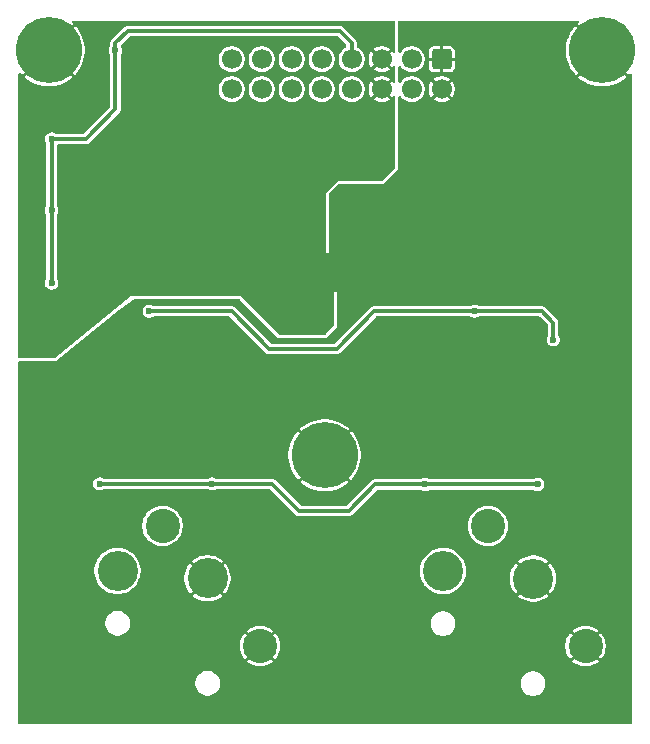
<source format=gbr>
%TF.GenerationSoftware,KiCad,Pcbnew,9.0.0*%
%TF.CreationDate,2025-08-20T21:32:22+02:00*%
%TF.ProjectId,HyperNet-2-ADC,48797065-724e-4657-942d-322d4144432e,rev?*%
%TF.SameCoordinates,Original*%
%TF.FileFunction,Copper,L2,Bot*%
%TF.FilePolarity,Positive*%
%FSLAX46Y46*%
G04 Gerber Fmt 4.6, Leading zero omitted, Abs format (unit mm)*
G04 Created by KiCad (PCBNEW 9.0.0) date 2025-08-20 21:32:22*
%MOMM*%
%LPD*%
G01*
G04 APERTURE LIST*
G04 Aperture macros list*
%AMRoundRect*
0 Rectangle with rounded corners*
0 $1 Rounding radius*
0 $2 $3 $4 $5 $6 $7 $8 $9 X,Y pos of 4 corners*
0 Add a 4 corners polygon primitive as box body*
4,1,4,$2,$3,$4,$5,$6,$7,$8,$9,$2,$3,0*
0 Add four circle primitives for the rounded corners*
1,1,$1+$1,$2,$3*
1,1,$1+$1,$4,$5*
1,1,$1+$1,$6,$7*
1,1,$1+$1,$8,$9*
0 Add four rect primitives between the rounded corners*
20,1,$1+$1,$2,$3,$4,$5,0*
20,1,$1+$1,$4,$5,$6,$7,0*
20,1,$1+$1,$6,$7,$8,$9,0*
20,1,$1+$1,$8,$9,$2,$3,0*%
G04 Aperture macros list end*
%TA.AperFunction,ComponentPad*%
%ADD10C,3.600000*%
%TD*%
%TA.AperFunction,ConnectorPad*%
%ADD11C,5.600000*%
%TD*%
%TA.AperFunction,ComponentPad*%
%ADD12C,3.400000*%
%TD*%
%TA.AperFunction,ComponentPad*%
%ADD13C,2.900000*%
%TD*%
%TA.AperFunction,ComponentPad*%
%ADD14RoundRect,0.250000X-0.600000X0.600000X-0.600000X-0.600000X0.600000X-0.600000X0.600000X0.600000X0*%
%TD*%
%TA.AperFunction,ComponentPad*%
%ADD15C,1.700000*%
%TD*%
%TA.AperFunction,ViaPad*%
%ADD16C,0.600000*%
%TD*%
%TA.AperFunction,Conductor*%
%ADD17C,0.350000*%
%TD*%
G04 APERTURE END LIST*
D10*
%TO.P,J5,1,Pin_1*%
%TO.N,GND*%
X146939000Y-107315000D03*
D11*
X146939000Y-107315000D03*
%TD*%
D10*
%TO.P,J4,1,Pin_1*%
%TO.N,GND*%
X170434000Y-73025000D03*
D11*
X170434000Y-73025000D03*
%TD*%
D12*
%TO.P,PS2,1*%
%TO.N,GND*%
X164592000Y-117747000D03*
%TO.P,PS2,2*%
%TO.N,Net-(C7-Pad1)*%
X156972000Y-117112000D03*
D13*
%TO.P,PS2,3*%
%TO.N,Net-(C8-Pad1)*%
X160782000Y-113297000D03*
%TO.P,PS2,G*%
%TO.N,GND*%
X169032000Y-123467000D03*
%TD*%
D10*
%TO.P,J6,1,Pin_1*%
%TO.N,GND*%
X123571000Y-73025000D03*
D11*
X123571000Y-73025000D03*
%TD*%
D14*
%TO.P,J3,1,Pin_1*%
%TO.N,GND*%
X156845000Y-73787000D03*
D15*
%TO.P,J3,2,Pin_2*%
X156845000Y-76327000D03*
%TO.P,J3,3,Pin_3*%
%TO.N,+5VA_RAW*%
X154305000Y-73787000D03*
%TO.P,J3,4,Pin_4*%
X154305000Y-76327000D03*
%TO.P,J3,5,Pin_5*%
%TO.N,GND*%
X151765000Y-73787000D03*
%TO.P,J3,6,Pin_6*%
X151765000Y-76327000D03*
%TO.P,J3,7,Pin_7*%
%TO.N,+3.3V*%
X149225000Y-73787000D03*
%TO.P,J3,8,Pin_8*%
X149225000Y-76327000D03*
%TO.P,J3,9,Pin_9*%
%TO.N,ADC_LRCK*%
X146685000Y-73787000D03*
%TO.P,J3,10,Pin_10*%
%TO.N,ADC_SCKI*%
X146685000Y-76327000D03*
%TO.P,J3,11,Pin_11*%
%TO.N,ADC_DATA_12*%
X144145000Y-73787000D03*
%TO.P,J3,12,Pin_12*%
%TO.N,ADC_BCK*%
X144145000Y-76327000D03*
%TO.P,J3,13,Pin_13*%
%TO.N,I2C_SDA*%
X141605000Y-73787000D03*
%TO.P,J3,14,Pin_14*%
%TO.N,unconnected-(J3-Pin_14-Pad14)*%
X141605000Y-76327000D03*
%TO.P,J3,15,Pin_15*%
%TO.N,I2C_SCL*%
X139065000Y-73787000D03*
%TO.P,J3,16,Pin_16*%
%TO.N,unconnected-(J3-Pin_16-Pad16)*%
X139065000Y-76327000D03*
%TD*%
D12*
%TO.P,PS1,1*%
%TO.N,GND*%
X137033000Y-117724000D03*
%TO.P,PS1,2*%
%TO.N,Net-(C1-Pad1)*%
X129413000Y-117089000D03*
D13*
%TO.P,PS1,3*%
%TO.N,Net-(C2-Pad1)*%
X133223000Y-113274000D03*
%TO.P,PS1,G*%
%TO.N,GND*%
X141473000Y-123444000D03*
%TD*%
D16*
%TO.N,GND*%
X142544800Y-94030800D03*
X148539200Y-93370400D03*
X146964400Y-93268800D03*
X141986000Y-79857600D03*
X146507200Y-79806800D03*
%TO.N,+3.3V*%
X129237499Y-73025000D03*
X123825000Y-86550998D03*
X123825000Y-80518000D03*
X123825000Y-92741999D03*
%TO.N,+5VA*%
X159639000Y-95123000D03*
X166307000Y-97536000D03*
X132080000Y-95123000D03*
%TO.N,GND*%
X125653800Y-84582000D03*
X146304000Y-90170000D03*
X163068000Y-101600000D03*
X139954000Y-97282000D03*
X153416000Y-96520000D03*
X149606000Y-100965000D03*
X139446000Y-107061000D03*
X140258800Y-93599000D03*
X149834600Y-81788000D03*
X147574000Y-97409000D03*
X121920000Y-90551000D03*
X167132000Y-107061000D03*
X139573000Y-94488000D03*
X125780800Y-96774000D03*
X125780800Y-90551000D03*
X137795000Y-96520000D03*
X158496000Y-99187000D03*
X135128000Y-99187000D03*
X151130000Y-85217000D03*
X142621000Y-85852000D03*
X130937000Y-94742000D03*
X143891000Y-100965000D03*
X148209000Y-90170000D03*
X149987000Y-94869000D03*
X150495000Y-97282000D03*
X135509000Y-101600000D03*
X135636000Y-95885000D03*
X130175000Y-99187000D03*
X172212000Y-99314000D03*
X142240000Y-97155000D03*
X153162000Y-88900000D03*
X149479000Y-87630000D03*
X122047000Y-99949000D03*
X146177000Y-85852000D03*
X156845000Y-96393000D03*
X172212000Y-97536000D03*
X149479000Y-85217000D03*
X130302000Y-93472000D03*
X149834600Y-83312000D03*
X121920000Y-96774000D03*
X121793000Y-84582000D03*
X151130000Y-87630000D03*
X131191000Y-78359000D03*
X164084000Y-96647000D03*
X162560000Y-99187000D03*
%TO.N,+2V5_BIAS*%
X137414000Y-109728000D03*
X164973000Y-109779000D03*
X155448000Y-109779000D03*
X127889000Y-109728000D03*
%TD*%
D17*
%TO.N,+3.3V*%
X149225000Y-72390000D02*
X149225000Y-73787000D01*
X129237499Y-78026501D02*
X129237499Y-73025000D01*
X129237499Y-72438501D02*
X130302000Y-71374000D01*
X129237499Y-73025000D02*
X129237499Y-72438501D01*
X123825000Y-92741999D02*
X123825000Y-80518000D01*
X123825000Y-80518000D02*
X126746000Y-80518000D01*
X148209000Y-71374000D02*
X149225000Y-72390000D01*
X126746000Y-80518000D02*
X129237499Y-78026501D01*
X130302000Y-71374000D02*
X148209000Y-71374000D01*
%TO.N,+5VA*%
X151130000Y-95123000D02*
X159639000Y-95123000D01*
X139065000Y-95123000D02*
X142240000Y-98298000D01*
X166307000Y-96076000D02*
X165354000Y-95123000D01*
X166307000Y-97536000D02*
X166307000Y-96076000D01*
X142240000Y-98298000D02*
X147955000Y-98298000D01*
X132080000Y-95123000D02*
X139065000Y-95123000D01*
X159639000Y-95123000D02*
X159385000Y-95123000D01*
X165354000Y-95123000D02*
X159639000Y-95123000D01*
X147955000Y-98298000D02*
X151130000Y-95123000D01*
%TO.N,+2V5_BIAS*%
X151206000Y-109779000D02*
X148971000Y-112014000D01*
X155448000Y-109779000D02*
X164973000Y-109779000D01*
X127889000Y-109728000D02*
X137414000Y-109728000D01*
X142494000Y-109728000D02*
X137414000Y-109728000D01*
X144780000Y-112014000D02*
X142494000Y-109728000D01*
X155448000Y-109779000D02*
X151206000Y-109779000D01*
X148971000Y-112014000D02*
X144780000Y-112014000D01*
%TD*%
%TA.AperFunction,Conductor*%
%TO.N,GND*%
G36*
X152850121Y-70520502D02*
G01*
X152896614Y-70574158D01*
X152908000Y-70626500D01*
X152908000Y-73094179D01*
X152887998Y-73162300D01*
X152834342Y-73208793D01*
X152764068Y-73218897D01*
X152699488Y-73189403D01*
X152680064Y-73168240D01*
X152630955Y-73100649D01*
X152196764Y-73534839D01*
X152165099Y-73479993D01*
X152072007Y-73386901D01*
X152017158Y-73355234D01*
X152451349Y-72921043D01*
X152451349Y-72921042D01*
X152343625Y-72842776D01*
X152188790Y-72763884D01*
X152188788Y-72763883D01*
X152023524Y-72710185D01*
X151851884Y-72683000D01*
X151678116Y-72683000D01*
X151506475Y-72710185D01*
X151341211Y-72763883D01*
X151341209Y-72763884D01*
X151186379Y-72842773D01*
X151186379Y-72842774D01*
X151078649Y-72921042D01*
X151078649Y-72921044D01*
X151512840Y-73355235D01*
X151457993Y-73386901D01*
X151364901Y-73479993D01*
X151333235Y-73534840D01*
X150899044Y-73100649D01*
X150899042Y-73100649D01*
X150820774Y-73208379D01*
X150820773Y-73208379D01*
X150741884Y-73363209D01*
X150741883Y-73363211D01*
X150688185Y-73528475D01*
X150661000Y-73700116D01*
X150661000Y-73873883D01*
X150688185Y-74045524D01*
X150741883Y-74210788D01*
X150741884Y-74210790D01*
X150820776Y-74365625D01*
X150899042Y-74473349D01*
X150899043Y-74473349D01*
X151333234Y-74039158D01*
X151364901Y-74094007D01*
X151457993Y-74187099D01*
X151512840Y-74218765D01*
X151078649Y-74652955D01*
X151078649Y-74652956D01*
X151186374Y-74731223D01*
X151341209Y-74810115D01*
X151341211Y-74810116D01*
X151506475Y-74863814D01*
X151678116Y-74891000D01*
X151851884Y-74891000D01*
X152023524Y-74863814D01*
X152188788Y-74810116D01*
X152188790Y-74810115D01*
X152343621Y-74731225D01*
X152451349Y-74652955D01*
X152451349Y-74652954D01*
X152017159Y-74218764D01*
X152072007Y-74187099D01*
X152165099Y-74094007D01*
X152196764Y-74039159D01*
X152630954Y-74473349D01*
X152630956Y-74473349D01*
X152680064Y-74405759D01*
X152736287Y-74362405D01*
X152807023Y-74356330D01*
X152869815Y-74389462D01*
X152904726Y-74451282D01*
X152908000Y-74479820D01*
X152908000Y-75634179D01*
X152887998Y-75702300D01*
X152834342Y-75748793D01*
X152764068Y-75758897D01*
X152699488Y-75729403D01*
X152680064Y-75708240D01*
X152630955Y-75640649D01*
X152196764Y-76074839D01*
X152165099Y-76019993D01*
X152072007Y-75926901D01*
X152017158Y-75895234D01*
X152451349Y-75461043D01*
X152451349Y-75461042D01*
X152343625Y-75382776D01*
X152188790Y-75303884D01*
X152188788Y-75303883D01*
X152023524Y-75250185D01*
X151851884Y-75223000D01*
X151678116Y-75223000D01*
X151506475Y-75250185D01*
X151341211Y-75303883D01*
X151341209Y-75303884D01*
X151186379Y-75382773D01*
X151186379Y-75382774D01*
X151078649Y-75461042D01*
X151078649Y-75461044D01*
X151512840Y-75895235D01*
X151457993Y-75926901D01*
X151364901Y-76019993D01*
X151333235Y-76074840D01*
X150899044Y-75640649D01*
X150899042Y-75640649D01*
X150820774Y-75748379D01*
X150820773Y-75748379D01*
X150741884Y-75903209D01*
X150741883Y-75903211D01*
X150688185Y-76068475D01*
X150661000Y-76240116D01*
X150661000Y-76413883D01*
X150688185Y-76585524D01*
X150741883Y-76750788D01*
X150741884Y-76750790D01*
X150820776Y-76905625D01*
X150899042Y-77013349D01*
X150899043Y-77013349D01*
X151333234Y-76579158D01*
X151364901Y-76634007D01*
X151457993Y-76727099D01*
X151512840Y-76758765D01*
X151078649Y-77192955D01*
X151078649Y-77192956D01*
X151186374Y-77271223D01*
X151341209Y-77350115D01*
X151341211Y-77350116D01*
X151506475Y-77403814D01*
X151678116Y-77431000D01*
X151851884Y-77431000D01*
X152023524Y-77403814D01*
X152188788Y-77350116D01*
X152188790Y-77350115D01*
X152343621Y-77271225D01*
X152451349Y-77192955D01*
X152451349Y-77192954D01*
X152017159Y-76758764D01*
X152072007Y-76727099D01*
X152165099Y-76634007D01*
X152196764Y-76579159D01*
X152630954Y-77013349D01*
X152630956Y-77013349D01*
X152680064Y-76945759D01*
X152736287Y-76902405D01*
X152807023Y-76896330D01*
X152869815Y-76929462D01*
X152904726Y-76991282D01*
X152908000Y-77019820D01*
X152908000Y-82901810D01*
X152887998Y-82969931D01*
X152871095Y-82990905D01*
X151801905Y-84060095D01*
X151739593Y-84094121D01*
X151712810Y-84097000D01*
X148081998Y-84097000D01*
X147066000Y-85112998D01*
X147066000Y-85113000D01*
X147066000Y-90170000D01*
X146939000Y-90170000D01*
X146939000Y-91694000D01*
X147574000Y-92329000D01*
X147574000Y-93472000D01*
X147701000Y-93472000D01*
X147701000Y-96317018D01*
X147680998Y-96385139D01*
X147666025Y-96404141D01*
X147037210Y-97061123D01*
X146975658Y-97096504D01*
X146946185Y-97100000D01*
X143151896Y-97100000D01*
X143083775Y-97079998D01*
X143063157Y-97063450D01*
X143060811Y-97061123D01*
X139827000Y-93853000D01*
X130587751Y-93853000D01*
X130587750Y-93853000D01*
X124113514Y-99032389D01*
X124047825Y-99059325D01*
X124034802Y-99060000D01*
X121134500Y-99060000D01*
X121066379Y-99039998D01*
X121019886Y-98986342D01*
X121008500Y-98934000D01*
X121008500Y-80444999D01*
X123270500Y-80444999D01*
X123270500Y-80591001D01*
X123303824Y-80715372D01*
X123308289Y-80732033D01*
X123378619Y-80853846D01*
X123395500Y-80916846D01*
X123395500Y-86152151D01*
X123378619Y-86215151D01*
X123308289Y-86336964D01*
X123308288Y-86336969D01*
X123270500Y-86477997D01*
X123270500Y-86623999D01*
X123303824Y-86748370D01*
X123308289Y-86765031D01*
X123378619Y-86886844D01*
X123395500Y-86949844D01*
X123395500Y-92343152D01*
X123378619Y-92406152D01*
X123308289Y-92527965D01*
X123308288Y-92527970D01*
X123270500Y-92668998D01*
X123270500Y-92815000D01*
X123303824Y-92939371D01*
X123308289Y-92956032D01*
X123381286Y-93082466D01*
X123381294Y-93082476D01*
X123484522Y-93185704D01*
X123484527Y-93185708D01*
X123484529Y-93185710D01*
X123484530Y-93185711D01*
X123484532Y-93185712D01*
X123610966Y-93258709D01*
X123610968Y-93258709D01*
X123610971Y-93258711D01*
X123751999Y-93296499D01*
X123752001Y-93296499D01*
X123897999Y-93296499D01*
X123898001Y-93296499D01*
X124039029Y-93258711D01*
X124039032Y-93258709D01*
X124039033Y-93258709D01*
X124102250Y-93222210D01*
X124165471Y-93185710D01*
X124268711Y-93082470D01*
X124341712Y-92956028D01*
X124379500Y-92815000D01*
X124379500Y-92668998D01*
X124341712Y-92527970D01*
X124341710Y-92527967D01*
X124341710Y-92527965D01*
X124271381Y-92406152D01*
X124254500Y-92343152D01*
X124254500Y-86949844D01*
X124271381Y-86886844D01*
X124341710Y-86765031D01*
X124341710Y-86765030D01*
X124341712Y-86765027D01*
X124379500Y-86623999D01*
X124379500Y-86477997D01*
X124341712Y-86336969D01*
X124341710Y-86336966D01*
X124341710Y-86336964D01*
X124271381Y-86215151D01*
X124254500Y-86152151D01*
X124254500Y-81073500D01*
X124274502Y-81005379D01*
X124328158Y-80958886D01*
X124380500Y-80947500D01*
X126802542Y-80947500D01*
X126802545Y-80947500D01*
X126911781Y-80918230D01*
X126952131Y-80894934D01*
X127009719Y-80861686D01*
X129581185Y-78290220D01*
X129617032Y-78228129D01*
X129637729Y-78192282D01*
X129666999Y-78083046D01*
X129666999Y-76240074D01*
X137960500Y-76240074D01*
X137960500Y-76413926D01*
X137987697Y-76585638D01*
X138041420Y-76750981D01*
X138120347Y-76905884D01*
X138120349Y-76905887D01*
X138222536Y-77046535D01*
X138345464Y-77169463D01*
X138345467Y-77169465D01*
X138486116Y-77271653D01*
X138641019Y-77350580D01*
X138806362Y-77404303D01*
X138978074Y-77431500D01*
X138978077Y-77431500D01*
X139151923Y-77431500D01*
X139151926Y-77431500D01*
X139323638Y-77404303D01*
X139488981Y-77350580D01*
X139643884Y-77271653D01*
X139784533Y-77169465D01*
X139907465Y-77046533D01*
X140009653Y-76905884D01*
X140088580Y-76750981D01*
X140142303Y-76585638D01*
X140169500Y-76413926D01*
X140169500Y-76240074D01*
X140500500Y-76240074D01*
X140500500Y-76413926D01*
X140527697Y-76585638D01*
X140581420Y-76750981D01*
X140660347Y-76905884D01*
X140660349Y-76905887D01*
X140762536Y-77046535D01*
X140885464Y-77169463D01*
X140885467Y-77169465D01*
X141026116Y-77271653D01*
X141181019Y-77350580D01*
X141346362Y-77404303D01*
X141518074Y-77431500D01*
X141518077Y-77431500D01*
X141691923Y-77431500D01*
X141691926Y-77431500D01*
X141863638Y-77404303D01*
X142028981Y-77350580D01*
X142183884Y-77271653D01*
X142324533Y-77169465D01*
X142447465Y-77046533D01*
X142549653Y-76905884D01*
X142628580Y-76750981D01*
X142682303Y-76585638D01*
X142709500Y-76413926D01*
X142709500Y-76240074D01*
X143040500Y-76240074D01*
X143040500Y-76413926D01*
X143067697Y-76585638D01*
X143121420Y-76750981D01*
X143200347Y-76905884D01*
X143200349Y-76905887D01*
X143302536Y-77046535D01*
X143425464Y-77169463D01*
X143425467Y-77169465D01*
X143566116Y-77271653D01*
X143721019Y-77350580D01*
X143886362Y-77404303D01*
X144058074Y-77431500D01*
X144058077Y-77431500D01*
X144231923Y-77431500D01*
X144231926Y-77431500D01*
X144403638Y-77404303D01*
X144568981Y-77350580D01*
X144723884Y-77271653D01*
X144864533Y-77169465D01*
X144987465Y-77046533D01*
X145089653Y-76905884D01*
X145168580Y-76750981D01*
X145222303Y-76585638D01*
X145249500Y-76413926D01*
X145249500Y-76240074D01*
X145580500Y-76240074D01*
X145580500Y-76413926D01*
X145607697Y-76585638D01*
X145661420Y-76750981D01*
X145740347Y-76905884D01*
X145740349Y-76905887D01*
X145842536Y-77046535D01*
X145965464Y-77169463D01*
X145965467Y-77169465D01*
X146106116Y-77271653D01*
X146261019Y-77350580D01*
X146426362Y-77404303D01*
X146598074Y-77431500D01*
X146598077Y-77431500D01*
X146771923Y-77431500D01*
X146771926Y-77431500D01*
X146943638Y-77404303D01*
X147108981Y-77350580D01*
X147263884Y-77271653D01*
X147404533Y-77169465D01*
X147527465Y-77046533D01*
X147629653Y-76905884D01*
X147708580Y-76750981D01*
X147762303Y-76585638D01*
X147789500Y-76413926D01*
X147789500Y-76240074D01*
X148120500Y-76240074D01*
X148120500Y-76413926D01*
X148147697Y-76585638D01*
X148201420Y-76750981D01*
X148280347Y-76905884D01*
X148280349Y-76905887D01*
X148382536Y-77046535D01*
X148505464Y-77169463D01*
X148505467Y-77169465D01*
X148646116Y-77271653D01*
X148801019Y-77350580D01*
X148966362Y-77404303D01*
X149138074Y-77431500D01*
X149138077Y-77431500D01*
X149311923Y-77431500D01*
X149311926Y-77431500D01*
X149483638Y-77404303D01*
X149648981Y-77350580D01*
X149803884Y-77271653D01*
X149944533Y-77169465D01*
X149944538Y-77169460D01*
X150058160Y-77055839D01*
X150067460Y-77046538D01*
X150067463Y-77046535D01*
X150067465Y-77046533D01*
X150169653Y-76905884D01*
X150248580Y-76750981D01*
X150302303Y-76585638D01*
X150329500Y-76413926D01*
X150329500Y-76240074D01*
X150302303Y-76068362D01*
X150248580Y-75903019D01*
X150169653Y-75748116D01*
X150067465Y-75607467D01*
X150067463Y-75607464D01*
X149944535Y-75484536D01*
X149803887Y-75382349D01*
X149803886Y-75382348D01*
X149803884Y-75382347D01*
X149648981Y-75303420D01*
X149648978Y-75303419D01*
X149648976Y-75303418D01*
X149483642Y-75249698D01*
X149483640Y-75249697D01*
X149483638Y-75249697D01*
X149311926Y-75222500D01*
X149138074Y-75222500D01*
X148966362Y-75249697D01*
X148966360Y-75249697D01*
X148966357Y-75249698D01*
X148801023Y-75303418D01*
X148801017Y-75303421D01*
X148646112Y-75382349D01*
X148505464Y-75484536D01*
X148382536Y-75607464D01*
X148280349Y-75748112D01*
X148201421Y-75903017D01*
X148201418Y-75903023D01*
X148147698Y-76068357D01*
X148147697Y-76068360D01*
X148147697Y-76068362D01*
X148120500Y-76240074D01*
X147789500Y-76240074D01*
X147762303Y-76068362D01*
X147708580Y-75903019D01*
X147629653Y-75748116D01*
X147527465Y-75607467D01*
X147527463Y-75607464D01*
X147404535Y-75484536D01*
X147263887Y-75382349D01*
X147263886Y-75382348D01*
X147263884Y-75382347D01*
X147108981Y-75303420D01*
X147108978Y-75303419D01*
X147108976Y-75303418D01*
X146943642Y-75249698D01*
X146943640Y-75249697D01*
X146943638Y-75249697D01*
X146771926Y-75222500D01*
X146598074Y-75222500D01*
X146426362Y-75249697D01*
X146426360Y-75249697D01*
X146426357Y-75249698D01*
X146261023Y-75303418D01*
X146261017Y-75303421D01*
X146106112Y-75382349D01*
X145965464Y-75484536D01*
X145842536Y-75607464D01*
X145740349Y-75748112D01*
X145661421Y-75903017D01*
X145661418Y-75903023D01*
X145607698Y-76068357D01*
X145607697Y-76068360D01*
X145607697Y-76068362D01*
X145580500Y-76240074D01*
X145249500Y-76240074D01*
X145222303Y-76068362D01*
X145168580Y-75903019D01*
X145089653Y-75748116D01*
X144987465Y-75607467D01*
X144987463Y-75607464D01*
X144864535Y-75484536D01*
X144723887Y-75382349D01*
X144723886Y-75382348D01*
X144723884Y-75382347D01*
X144568981Y-75303420D01*
X144568978Y-75303419D01*
X144568976Y-75303418D01*
X144403642Y-75249698D01*
X144403640Y-75249697D01*
X144403638Y-75249697D01*
X144231926Y-75222500D01*
X144058074Y-75222500D01*
X143886362Y-75249697D01*
X143886360Y-75249697D01*
X143886357Y-75249698D01*
X143721023Y-75303418D01*
X143721017Y-75303421D01*
X143566112Y-75382349D01*
X143425464Y-75484536D01*
X143302536Y-75607464D01*
X143200349Y-75748112D01*
X143121421Y-75903017D01*
X143121418Y-75903023D01*
X143067698Y-76068357D01*
X143067697Y-76068360D01*
X143067697Y-76068362D01*
X143040500Y-76240074D01*
X142709500Y-76240074D01*
X142682303Y-76068362D01*
X142628580Y-75903019D01*
X142549653Y-75748116D01*
X142447465Y-75607467D01*
X142447463Y-75607464D01*
X142324535Y-75484536D01*
X142183887Y-75382349D01*
X142183886Y-75382348D01*
X142183884Y-75382347D01*
X142028981Y-75303420D01*
X142028978Y-75303419D01*
X142028976Y-75303418D01*
X141863642Y-75249698D01*
X141863640Y-75249697D01*
X141863638Y-75249697D01*
X141691926Y-75222500D01*
X141518074Y-75222500D01*
X141346362Y-75249697D01*
X141346360Y-75249697D01*
X141346357Y-75249698D01*
X141181023Y-75303418D01*
X141181017Y-75303421D01*
X141026112Y-75382349D01*
X140885464Y-75484536D01*
X140762536Y-75607464D01*
X140660349Y-75748112D01*
X140581421Y-75903017D01*
X140581418Y-75903023D01*
X140527698Y-76068357D01*
X140527697Y-76068360D01*
X140527697Y-76068362D01*
X140500500Y-76240074D01*
X140169500Y-76240074D01*
X140142303Y-76068362D01*
X140088580Y-75903019D01*
X140009653Y-75748116D01*
X139907465Y-75607467D01*
X139907463Y-75607464D01*
X139784535Y-75484536D01*
X139643887Y-75382349D01*
X139643886Y-75382348D01*
X139643884Y-75382347D01*
X139488981Y-75303420D01*
X139488978Y-75303419D01*
X139488976Y-75303418D01*
X139323642Y-75249698D01*
X139323640Y-75249697D01*
X139323638Y-75249697D01*
X139151926Y-75222500D01*
X138978074Y-75222500D01*
X138806362Y-75249697D01*
X138806360Y-75249697D01*
X138806357Y-75249698D01*
X138641023Y-75303418D01*
X138641017Y-75303421D01*
X138486112Y-75382349D01*
X138345464Y-75484536D01*
X138222536Y-75607464D01*
X138120349Y-75748112D01*
X138041421Y-75903017D01*
X138041418Y-75903023D01*
X137987698Y-76068357D01*
X137987697Y-76068360D01*
X137987697Y-76068362D01*
X137960500Y-76240074D01*
X129666999Y-76240074D01*
X129666999Y-73700074D01*
X137960500Y-73700074D01*
X137960500Y-73873926D01*
X137977300Y-73979993D01*
X137987698Y-74045642D01*
X138036402Y-74195539D01*
X138041420Y-74210981D01*
X138120347Y-74365884D01*
X138120349Y-74365887D01*
X138222536Y-74506535D01*
X138345464Y-74629463D01*
X138345467Y-74629465D01*
X138486116Y-74731653D01*
X138641019Y-74810580D01*
X138806362Y-74864303D01*
X138978074Y-74891500D01*
X138978077Y-74891500D01*
X139151923Y-74891500D01*
X139151926Y-74891500D01*
X139323638Y-74864303D01*
X139488981Y-74810580D01*
X139643884Y-74731653D01*
X139784533Y-74629465D01*
X139907465Y-74506533D01*
X140009653Y-74365884D01*
X140088580Y-74210981D01*
X140142303Y-74045638D01*
X140169500Y-73873926D01*
X140169500Y-73700074D01*
X140500500Y-73700074D01*
X140500500Y-73873926D01*
X140517300Y-73979993D01*
X140527698Y-74045642D01*
X140576402Y-74195539D01*
X140581420Y-74210981D01*
X140660347Y-74365884D01*
X140660349Y-74365887D01*
X140762536Y-74506535D01*
X140885464Y-74629463D01*
X140885467Y-74629465D01*
X141026116Y-74731653D01*
X141181019Y-74810580D01*
X141346362Y-74864303D01*
X141518074Y-74891500D01*
X141518077Y-74891500D01*
X141691923Y-74891500D01*
X141691926Y-74891500D01*
X141863638Y-74864303D01*
X142028981Y-74810580D01*
X142183884Y-74731653D01*
X142324533Y-74629465D01*
X142447465Y-74506533D01*
X142549653Y-74365884D01*
X142628580Y-74210981D01*
X142682303Y-74045638D01*
X142709500Y-73873926D01*
X142709500Y-73700074D01*
X143040500Y-73700074D01*
X143040500Y-73873926D01*
X143057300Y-73979993D01*
X143067698Y-74045642D01*
X143116402Y-74195539D01*
X143121420Y-74210981D01*
X143200347Y-74365884D01*
X143200349Y-74365887D01*
X143302536Y-74506535D01*
X143425464Y-74629463D01*
X143425467Y-74629465D01*
X143566116Y-74731653D01*
X143721019Y-74810580D01*
X143886362Y-74864303D01*
X144058074Y-74891500D01*
X144058077Y-74891500D01*
X144231923Y-74891500D01*
X144231926Y-74891500D01*
X144403638Y-74864303D01*
X144568981Y-74810580D01*
X144723884Y-74731653D01*
X144864533Y-74629465D01*
X144987465Y-74506533D01*
X145089653Y-74365884D01*
X145168580Y-74210981D01*
X145222303Y-74045638D01*
X145249500Y-73873926D01*
X145249500Y-73700074D01*
X145580500Y-73700074D01*
X145580500Y-73873926D01*
X145597300Y-73979993D01*
X145607698Y-74045642D01*
X145656402Y-74195539D01*
X145661420Y-74210981D01*
X145740347Y-74365884D01*
X145740349Y-74365887D01*
X145842536Y-74506535D01*
X145965464Y-74629463D01*
X145965467Y-74629465D01*
X146106116Y-74731653D01*
X146261019Y-74810580D01*
X146426362Y-74864303D01*
X146598074Y-74891500D01*
X146598077Y-74891500D01*
X146771923Y-74891500D01*
X146771926Y-74891500D01*
X146943638Y-74864303D01*
X147108981Y-74810580D01*
X147263884Y-74731653D01*
X147404533Y-74629465D01*
X147527465Y-74506533D01*
X147629653Y-74365884D01*
X147708580Y-74210981D01*
X147762303Y-74045638D01*
X147789500Y-73873926D01*
X147789500Y-73700074D01*
X147762303Y-73528362D01*
X147708580Y-73363019D01*
X147629653Y-73208116D01*
X147527465Y-73067467D01*
X147527463Y-73067464D01*
X147404535Y-72944536D01*
X147263887Y-72842349D01*
X147263886Y-72842348D01*
X147263884Y-72842347D01*
X147108981Y-72763420D01*
X147108978Y-72763419D01*
X147108976Y-72763418D01*
X146943642Y-72709698D01*
X146943640Y-72709697D01*
X146943638Y-72709697D01*
X146771926Y-72682500D01*
X146598074Y-72682500D01*
X146426362Y-72709697D01*
X146426360Y-72709697D01*
X146426357Y-72709698D01*
X146261023Y-72763418D01*
X146261017Y-72763421D01*
X146106112Y-72842349D01*
X145965464Y-72944536D01*
X145842536Y-73067464D01*
X145740349Y-73208112D01*
X145661421Y-73363017D01*
X145661418Y-73363023D01*
X145607698Y-73528357D01*
X145607697Y-73528360D01*
X145607697Y-73528362D01*
X145580500Y-73700074D01*
X145249500Y-73700074D01*
X145222303Y-73528362D01*
X145168580Y-73363019D01*
X145089653Y-73208116D01*
X144987465Y-73067467D01*
X144987463Y-73067464D01*
X144864535Y-72944536D01*
X144723887Y-72842349D01*
X144723886Y-72842348D01*
X144723884Y-72842347D01*
X144568981Y-72763420D01*
X144568978Y-72763419D01*
X144568976Y-72763418D01*
X144403642Y-72709698D01*
X144403640Y-72709697D01*
X144403638Y-72709697D01*
X144231926Y-72682500D01*
X144058074Y-72682500D01*
X143886362Y-72709697D01*
X143886360Y-72709697D01*
X143886357Y-72709698D01*
X143721023Y-72763418D01*
X143721017Y-72763421D01*
X143566112Y-72842349D01*
X143425464Y-72944536D01*
X143302536Y-73067464D01*
X143200349Y-73208112D01*
X143121421Y-73363017D01*
X143121418Y-73363023D01*
X143067698Y-73528357D01*
X143067697Y-73528360D01*
X143067697Y-73528362D01*
X143040500Y-73700074D01*
X142709500Y-73700074D01*
X142682303Y-73528362D01*
X142628580Y-73363019D01*
X142549653Y-73208116D01*
X142447465Y-73067467D01*
X142447463Y-73067464D01*
X142324535Y-72944536D01*
X142183887Y-72842349D01*
X142183886Y-72842348D01*
X142183884Y-72842347D01*
X142028981Y-72763420D01*
X142028978Y-72763419D01*
X142028976Y-72763418D01*
X141863642Y-72709698D01*
X141863640Y-72709697D01*
X141863638Y-72709697D01*
X141691926Y-72682500D01*
X141518074Y-72682500D01*
X141346362Y-72709697D01*
X141346360Y-72709697D01*
X141346357Y-72709698D01*
X141181023Y-72763418D01*
X141181017Y-72763421D01*
X141026112Y-72842349D01*
X140885464Y-72944536D01*
X140762536Y-73067464D01*
X140660349Y-73208112D01*
X140581421Y-73363017D01*
X140581418Y-73363023D01*
X140527698Y-73528357D01*
X140527697Y-73528360D01*
X140527697Y-73528362D01*
X140500500Y-73700074D01*
X140169500Y-73700074D01*
X140142303Y-73528362D01*
X140088580Y-73363019D01*
X140009653Y-73208116D01*
X139907465Y-73067467D01*
X139907463Y-73067464D01*
X139784535Y-72944536D01*
X139643887Y-72842349D01*
X139643886Y-72842348D01*
X139643884Y-72842347D01*
X139488981Y-72763420D01*
X139488978Y-72763419D01*
X139488976Y-72763418D01*
X139323642Y-72709698D01*
X139323640Y-72709697D01*
X139323638Y-72709697D01*
X139151926Y-72682500D01*
X138978074Y-72682500D01*
X138806362Y-72709697D01*
X138806360Y-72709697D01*
X138806357Y-72709698D01*
X138641023Y-72763418D01*
X138641017Y-72763421D01*
X138486112Y-72842349D01*
X138345464Y-72944536D01*
X138222536Y-73067464D01*
X138120349Y-73208112D01*
X138041421Y-73363017D01*
X138041418Y-73363023D01*
X137987698Y-73528357D01*
X137987697Y-73528360D01*
X137987697Y-73528362D01*
X137960500Y-73700074D01*
X129666999Y-73700074D01*
X129666999Y-73423846D01*
X129683880Y-73360846D01*
X129754209Y-73239033D01*
X129754209Y-73239032D01*
X129754211Y-73239029D01*
X129791999Y-73098001D01*
X129791999Y-72951999D01*
X129754211Y-72810971D01*
X129754209Y-72810968D01*
X129754209Y-72810966D01*
X129699415Y-72716060D01*
X129682677Y-72647065D01*
X129705897Y-72579973D01*
X129719428Y-72563976D01*
X130443002Y-71840402D01*
X130505312Y-71806379D01*
X130532095Y-71803500D01*
X147978905Y-71803500D01*
X148047026Y-71823502D01*
X148068000Y-71840405D01*
X148758595Y-72531000D01*
X148773539Y-72558368D01*
X148790396Y-72584597D01*
X148791301Y-72590895D01*
X148792621Y-72593312D01*
X148795500Y-72620095D01*
X148795500Y-72689019D01*
X148775498Y-72757140D01*
X148726703Y-72801286D01*
X148646113Y-72842348D01*
X148505464Y-72944536D01*
X148382536Y-73067464D01*
X148280349Y-73208112D01*
X148201421Y-73363017D01*
X148201418Y-73363023D01*
X148147698Y-73528357D01*
X148147697Y-73528360D01*
X148147697Y-73528362D01*
X148120500Y-73700074D01*
X148120500Y-73873926D01*
X148137300Y-73979993D01*
X148147698Y-74045642D01*
X148196402Y-74195539D01*
X148201420Y-74210981D01*
X148280347Y-74365884D01*
X148280349Y-74365887D01*
X148382536Y-74506535D01*
X148505464Y-74629463D01*
X148505467Y-74629465D01*
X148646116Y-74731653D01*
X148801019Y-74810580D01*
X148966362Y-74864303D01*
X149138074Y-74891500D01*
X149138077Y-74891500D01*
X149311923Y-74891500D01*
X149311926Y-74891500D01*
X149483638Y-74864303D01*
X149648981Y-74810580D01*
X149803884Y-74731653D01*
X149944533Y-74629465D01*
X149988395Y-74585603D01*
X150058160Y-74515839D01*
X150067460Y-74506538D01*
X150067463Y-74506535D01*
X150067465Y-74506533D01*
X150169653Y-74365884D01*
X150248580Y-74210981D01*
X150302303Y-74045638D01*
X150329500Y-73873926D01*
X150329500Y-73700074D01*
X150302303Y-73528362D01*
X150248580Y-73363019D01*
X150169653Y-73208116D01*
X150067465Y-73067467D01*
X150067463Y-73067464D01*
X149944535Y-72944536D01*
X149803886Y-72842348D01*
X149795039Y-72837840D01*
X149723296Y-72801285D01*
X149671682Y-72752537D01*
X149654500Y-72689019D01*
X149654500Y-72333456D01*
X149646473Y-72303499D01*
X149625230Y-72224219D01*
X149604533Y-72188371D01*
X149568686Y-72126281D01*
X149568681Y-72126276D01*
X149568679Y-72126273D01*
X148472725Y-71030319D01*
X148472721Y-71030316D01*
X148472719Y-71030314D01*
X148410628Y-70994466D01*
X148394822Y-70985340D01*
X148374784Y-70973771D01*
X148374781Y-70973770D01*
X148265545Y-70944500D01*
X130245455Y-70944500D01*
X130136219Y-70973770D01*
X130136217Y-70973770D01*
X130136217Y-70973771D01*
X130100372Y-70994464D01*
X130100371Y-70994466D01*
X130092053Y-70999268D01*
X130038281Y-71030313D01*
X130038274Y-71030319D01*
X128893818Y-72174775D01*
X128893812Y-72174783D01*
X128865272Y-72224218D01*
X128865271Y-72224219D01*
X128837271Y-72272715D01*
X128837269Y-72272720D01*
X128807999Y-72381956D01*
X128807999Y-72381958D01*
X128807999Y-72626153D01*
X128791118Y-72689153D01*
X128720788Y-72810966D01*
X128712379Y-72842349D01*
X128682999Y-72951999D01*
X128682999Y-73098001D01*
X128707490Y-73189403D01*
X128720788Y-73239033D01*
X128791118Y-73360846D01*
X128807999Y-73423846D01*
X128807999Y-77796406D01*
X128787997Y-77864527D01*
X128771094Y-77885501D01*
X126605000Y-80051595D01*
X126542688Y-80085621D01*
X126515905Y-80088500D01*
X124223847Y-80088500D01*
X124160847Y-80071619D01*
X124039033Y-80001289D01*
X124022372Y-79996824D01*
X123898001Y-79963500D01*
X123751999Y-79963500D01*
X123665686Y-79986627D01*
X123610966Y-80001289D01*
X123484532Y-80074286D01*
X123484522Y-80074294D01*
X123381294Y-80177522D01*
X123381286Y-80177532D01*
X123308289Y-80303966D01*
X123308288Y-80303971D01*
X123270500Y-80444999D01*
X121008500Y-80444999D01*
X121008500Y-75070050D01*
X121028502Y-75001929D01*
X121082158Y-74955436D01*
X121152432Y-74945332D01*
X121217012Y-74974826D01*
X121233011Y-74991490D01*
X121290223Y-75063232D01*
X121321692Y-75094701D01*
X121321694Y-75094701D01*
X122349946Y-74066447D01*
X122350588Y-74067330D01*
X122528670Y-74245412D01*
X122529551Y-74246052D01*
X121501298Y-75274305D01*
X121501298Y-75274307D01*
X121532767Y-75305776D01*
X121800952Y-75519646D01*
X122091390Y-75702141D01*
X122091399Y-75702146D01*
X122400433Y-75850969D01*
X122400460Y-75850980D01*
X122724205Y-75964263D01*
X123058626Y-76040593D01*
X123399489Y-76079000D01*
X123742511Y-76079000D01*
X124083373Y-76040593D01*
X124417794Y-75964263D01*
X124741539Y-75850980D01*
X124741566Y-75850969D01*
X125050600Y-75702146D01*
X125050609Y-75702141D01*
X125341047Y-75519646D01*
X125609232Y-75305775D01*
X125640701Y-75274305D01*
X124612448Y-74246052D01*
X124613330Y-74245412D01*
X124791412Y-74067330D01*
X124792052Y-74066448D01*
X125820305Y-75094701D01*
X125820306Y-75094701D01*
X125851775Y-75063232D01*
X126065646Y-74795047D01*
X126248141Y-74504609D01*
X126248146Y-74504600D01*
X126396969Y-74195566D01*
X126396980Y-74195539D01*
X126510263Y-73871794D01*
X126586593Y-73537373D01*
X126625000Y-73196510D01*
X126625000Y-72853489D01*
X126586593Y-72512626D01*
X126510262Y-72178205D01*
X126510263Y-72178205D01*
X126396980Y-71854460D01*
X126396969Y-71854433D01*
X126248146Y-71545399D01*
X126248141Y-71545390D01*
X126065646Y-71254952D01*
X125851776Y-70986767D01*
X125820307Y-70955298D01*
X125820305Y-70955298D01*
X124792052Y-71983550D01*
X124791412Y-71982670D01*
X124613330Y-71804588D01*
X124612447Y-71803946D01*
X125640701Y-70775693D01*
X125640701Y-70775692D01*
X125609232Y-70744223D01*
X125609222Y-70744214D01*
X125585141Y-70725010D01*
X125544353Y-70666899D01*
X125541458Y-70595962D01*
X125577374Y-70534720D01*
X125640698Y-70502618D01*
X125663701Y-70500500D01*
X152782000Y-70500500D01*
X152850121Y-70520502D01*
G37*
%TD.AperFunction*%
%TD*%
%TA.AperFunction,Conductor*%
%TO.N,GND*%
G36*
X168409421Y-70520502D02*
G01*
X168455914Y-70574158D01*
X168466018Y-70644432D01*
X168436524Y-70709012D01*
X168419860Y-70725010D01*
X168395773Y-70744218D01*
X168364298Y-70775693D01*
X169392552Y-71803946D01*
X169391670Y-71804588D01*
X169213588Y-71982670D01*
X169212947Y-71983551D01*
X168184694Y-70955298D01*
X168184693Y-70955298D01*
X168153224Y-70986767D01*
X167939353Y-71254952D01*
X167756858Y-71545390D01*
X167756853Y-71545399D01*
X167608030Y-71854433D01*
X167608019Y-71854460D01*
X167494736Y-72178205D01*
X167418406Y-72512626D01*
X167380000Y-72853489D01*
X167380000Y-73196510D01*
X167418406Y-73537373D01*
X167494737Y-73871794D01*
X167494736Y-73871794D01*
X167608019Y-74195539D01*
X167608030Y-74195566D01*
X167756853Y-74504600D01*
X167756858Y-74504609D01*
X167939353Y-74795047D01*
X168153223Y-75063232D01*
X168184692Y-75094701D01*
X168184694Y-75094701D01*
X169212947Y-74066447D01*
X169213588Y-74067330D01*
X169391670Y-74245412D01*
X169392551Y-74246052D01*
X168364298Y-75274305D01*
X168364298Y-75274307D01*
X168395767Y-75305776D01*
X168663952Y-75519646D01*
X168954390Y-75702141D01*
X168954399Y-75702146D01*
X169263433Y-75850969D01*
X169263460Y-75850980D01*
X169587205Y-75964263D01*
X169921626Y-76040593D01*
X170262489Y-76079000D01*
X170605511Y-76079000D01*
X170946373Y-76040593D01*
X171280794Y-75964263D01*
X171604539Y-75850980D01*
X171604566Y-75850969D01*
X171913600Y-75702146D01*
X171913609Y-75702141D01*
X172204047Y-75519646D01*
X172472232Y-75305775D01*
X172503701Y-75274305D01*
X171475448Y-74246052D01*
X171476330Y-74245412D01*
X171654412Y-74067330D01*
X171655052Y-74066447D01*
X172683305Y-75094701D01*
X172683306Y-75094701D01*
X172714774Y-75063233D01*
X172741988Y-75029108D01*
X172800099Y-74988320D01*
X172871036Y-74985423D01*
X172932279Y-75021338D01*
X172964382Y-75084662D01*
X172966500Y-75107667D01*
X172966500Y-129952500D01*
X172946498Y-130020621D01*
X172892842Y-130067114D01*
X172840500Y-130078500D01*
X121134500Y-130078500D01*
X121066379Y-130058498D01*
X121019886Y-130004842D01*
X121008500Y-129952500D01*
X121008500Y-126510532D01*
X135982500Y-126510532D01*
X135982500Y-126717467D01*
X135987075Y-126740465D01*
X136022870Y-126920420D01*
X136102059Y-127111598D01*
X136217023Y-127283655D01*
X136217024Y-127283656D01*
X136217029Y-127283662D01*
X136363337Y-127429970D01*
X136363343Y-127429975D01*
X136363345Y-127429977D01*
X136535402Y-127544941D01*
X136726580Y-127624130D01*
X136929535Y-127664500D01*
X136929536Y-127664500D01*
X137136464Y-127664500D01*
X137136465Y-127664500D01*
X137339420Y-127624130D01*
X137530598Y-127544941D01*
X137702655Y-127429977D01*
X137848977Y-127283655D01*
X137963941Y-127111598D01*
X138043130Y-126920420D01*
X138083500Y-126717465D01*
X138083500Y-126533532D01*
X163541500Y-126533532D01*
X163541500Y-126533535D01*
X163541500Y-126740465D01*
X163581870Y-126943420D01*
X163661059Y-127134598D01*
X163760655Y-127283655D01*
X163776024Y-127306656D01*
X163776029Y-127306662D01*
X163922337Y-127452970D01*
X163922343Y-127452975D01*
X163922345Y-127452977D01*
X164094402Y-127567941D01*
X164285580Y-127647130D01*
X164488535Y-127687500D01*
X164488536Y-127687500D01*
X164695464Y-127687500D01*
X164695465Y-127687500D01*
X164898420Y-127647130D01*
X165089598Y-127567941D01*
X165261655Y-127452977D01*
X165407977Y-127306655D01*
X165522941Y-127134598D01*
X165602130Y-126943420D01*
X165642500Y-126740465D01*
X165642500Y-126533535D01*
X165602130Y-126330580D01*
X165522941Y-126139402D01*
X165407977Y-125967345D01*
X165407975Y-125967343D01*
X165407970Y-125967337D01*
X165261662Y-125821029D01*
X165261656Y-125821024D01*
X165261655Y-125821023D01*
X165089598Y-125706059D01*
X164898420Y-125626870D01*
X164695467Y-125586500D01*
X164695465Y-125586500D01*
X164488535Y-125586500D01*
X164488532Y-125586500D01*
X164285579Y-125626870D01*
X164285574Y-125626872D01*
X164094402Y-125706059D01*
X163922343Y-125821024D01*
X163922337Y-125821029D01*
X163776029Y-125967337D01*
X163776024Y-125967343D01*
X163661059Y-126139402D01*
X163581872Y-126330574D01*
X163581870Y-126330579D01*
X163541500Y-126533532D01*
X138083500Y-126533532D01*
X138083500Y-126510535D01*
X138043130Y-126307580D01*
X137963941Y-126116402D01*
X137848977Y-125944345D01*
X137848975Y-125944343D01*
X137848970Y-125944337D01*
X137702662Y-125798029D01*
X137702656Y-125798024D01*
X137702655Y-125798023D01*
X137530598Y-125683059D01*
X137339420Y-125603870D01*
X137252095Y-125586500D01*
X137136467Y-125563500D01*
X137136465Y-125563500D01*
X136929535Y-125563500D01*
X136929532Y-125563500D01*
X136726579Y-125603870D01*
X136726574Y-125603872D01*
X136535402Y-125683059D01*
X136363343Y-125798024D01*
X136363337Y-125798029D01*
X136217029Y-125944337D01*
X136217024Y-125944343D01*
X136102059Y-126116402D01*
X136022872Y-126307574D01*
X136022870Y-126307579D01*
X135982500Y-126510532D01*
X121008500Y-126510532D01*
X121008500Y-123332311D01*
X139769000Y-123332311D01*
X139769000Y-123555688D01*
X139798154Y-123777139D01*
X139855969Y-123992907D01*
X139941451Y-124199278D01*
X139941456Y-124199289D01*
X140053133Y-124392719D01*
X140179712Y-124557681D01*
X140968029Y-123769364D01*
X140992881Y-123812408D01*
X141104592Y-123924119D01*
X141147634Y-123948969D01*
X140359317Y-124737286D01*
X140524280Y-124863866D01*
X140717710Y-124975543D01*
X140717721Y-124975548D01*
X140924092Y-125061030D01*
X141139860Y-125118845D01*
X141361311Y-125147999D01*
X141361321Y-125148000D01*
X141584679Y-125148000D01*
X141584688Y-125147999D01*
X141806139Y-125118845D01*
X142021907Y-125061030D01*
X142228278Y-124975548D01*
X142228289Y-124975543D01*
X142421719Y-124863866D01*
X142421726Y-124863861D01*
X142586680Y-124737287D01*
X142586680Y-124737285D01*
X141798365Y-123948970D01*
X141841408Y-123924119D01*
X141953119Y-123812408D01*
X141977970Y-123769365D01*
X142766286Y-124557681D01*
X142766286Y-124557680D01*
X142892861Y-124392726D01*
X142892866Y-124392719D01*
X143004543Y-124199289D01*
X143004548Y-124199278D01*
X143090030Y-123992907D01*
X143147845Y-123777139D01*
X143176999Y-123555688D01*
X143177000Y-123555679D01*
X143177000Y-123355311D01*
X167328000Y-123355311D01*
X167328000Y-123578688D01*
X167357154Y-123800139D01*
X167414969Y-124015907D01*
X167500451Y-124222278D01*
X167500456Y-124222289D01*
X167612133Y-124415719D01*
X167738712Y-124580681D01*
X168527029Y-123792364D01*
X168551881Y-123835408D01*
X168663592Y-123947119D01*
X168706634Y-123971969D01*
X167918317Y-124760286D01*
X168083280Y-124886866D01*
X168276710Y-124998543D01*
X168276721Y-124998548D01*
X168483092Y-125084030D01*
X168698860Y-125141845D01*
X168920311Y-125170999D01*
X168920321Y-125171000D01*
X169143679Y-125171000D01*
X169143688Y-125170999D01*
X169365139Y-125141845D01*
X169580907Y-125084030D01*
X169787278Y-124998548D01*
X169787289Y-124998543D01*
X169980719Y-124886866D01*
X169980726Y-124886861D01*
X170145680Y-124760286D01*
X170145681Y-124760286D01*
X169357365Y-123971970D01*
X169400408Y-123947119D01*
X169512119Y-123835408D01*
X169536970Y-123792365D01*
X170325286Y-124580681D01*
X170325286Y-124580680D01*
X170451861Y-124415726D01*
X170451866Y-124415719D01*
X170563543Y-124222289D01*
X170563548Y-124222278D01*
X170649030Y-124015907D01*
X170706845Y-123800139D01*
X170735999Y-123578688D01*
X170736000Y-123578679D01*
X170736000Y-123355321D01*
X170735999Y-123355311D01*
X170706845Y-123133860D01*
X170649030Y-122918092D01*
X170563548Y-122711721D01*
X170563543Y-122711710D01*
X170451866Y-122518280D01*
X170325286Y-122353317D01*
X169536969Y-123141634D01*
X169512119Y-123098592D01*
X169400408Y-122986881D01*
X169357364Y-122962029D01*
X170145681Y-122173712D01*
X169980719Y-122047133D01*
X169787289Y-121935456D01*
X169787278Y-121935451D01*
X169580907Y-121849969D01*
X169365139Y-121792154D01*
X169143688Y-121763000D01*
X168920311Y-121763000D01*
X168698860Y-121792154D01*
X168483092Y-121849969D01*
X168276721Y-121935451D01*
X168276710Y-121935456D01*
X168083276Y-122047135D01*
X167918318Y-122173711D01*
X167918317Y-122173712D01*
X168706634Y-122962029D01*
X168663592Y-122986881D01*
X168551881Y-123098592D01*
X168527029Y-123141634D01*
X167738712Y-122353317D01*
X167738711Y-122353318D01*
X167612135Y-122518276D01*
X167500456Y-122711710D01*
X167500451Y-122711721D01*
X167414969Y-122918092D01*
X167357154Y-123133860D01*
X167328000Y-123355311D01*
X143177000Y-123355311D01*
X143177000Y-123332321D01*
X143176999Y-123332311D01*
X143147845Y-123110860D01*
X143090030Y-122895092D01*
X143004548Y-122688721D01*
X143004543Y-122688710D01*
X142892866Y-122495280D01*
X142766286Y-122330317D01*
X141977969Y-123118634D01*
X141953119Y-123075592D01*
X141841408Y-122963881D01*
X141798364Y-122939029D01*
X142586681Y-122150712D01*
X142421719Y-122024133D01*
X142228289Y-121912456D01*
X142228278Y-121912451D01*
X142021907Y-121826969D01*
X141806139Y-121769154D01*
X141584688Y-121740000D01*
X141361311Y-121740000D01*
X141139860Y-121769154D01*
X140924092Y-121826969D01*
X140717721Y-121912451D01*
X140717710Y-121912456D01*
X140524276Y-122024135D01*
X140359318Y-122150711D01*
X140359317Y-122150712D01*
X141147634Y-122939029D01*
X141104592Y-122963881D01*
X140992881Y-123075592D01*
X140968029Y-123118634D01*
X140179712Y-122330317D01*
X140179711Y-122330318D01*
X140053135Y-122495276D01*
X139941456Y-122688710D01*
X139941451Y-122688721D01*
X139855969Y-122895092D01*
X139798154Y-123110860D01*
X139769000Y-123332311D01*
X121008500Y-123332311D01*
X121008500Y-121430532D01*
X128362500Y-121430532D01*
X128362500Y-121637467D01*
X128367075Y-121660465D01*
X128402870Y-121840420D01*
X128482059Y-122031598D01*
X128577016Y-122173712D01*
X128597024Y-122203656D01*
X128597029Y-122203662D01*
X128743337Y-122349970D01*
X128743343Y-122349975D01*
X128743345Y-122349977D01*
X128915402Y-122464941D01*
X129106580Y-122544130D01*
X129309535Y-122584500D01*
X129309536Y-122584500D01*
X129516464Y-122584500D01*
X129516465Y-122584500D01*
X129719420Y-122544130D01*
X129910598Y-122464941D01*
X130082655Y-122349977D01*
X130228977Y-122203655D01*
X130343941Y-122031598D01*
X130423130Y-121840420D01*
X130463500Y-121637465D01*
X130463500Y-121453532D01*
X155921500Y-121453532D01*
X155921500Y-121453535D01*
X155921500Y-121660465D01*
X155961870Y-121863420D01*
X156041059Y-122054598D01*
X156120648Y-122173712D01*
X156156024Y-122226656D01*
X156156029Y-122226662D01*
X156302337Y-122372970D01*
X156302343Y-122372975D01*
X156302345Y-122372977D01*
X156474402Y-122487941D01*
X156665580Y-122567130D01*
X156868535Y-122607500D01*
X156868536Y-122607500D01*
X157075464Y-122607500D01*
X157075465Y-122607500D01*
X157278420Y-122567130D01*
X157469598Y-122487941D01*
X157641655Y-122372977D01*
X157787977Y-122226655D01*
X157902941Y-122054598D01*
X157982130Y-121863420D01*
X158022500Y-121660465D01*
X158022500Y-121453535D01*
X157982130Y-121250580D01*
X157902941Y-121059402D01*
X157787977Y-120887345D01*
X157787975Y-120887343D01*
X157787970Y-120887337D01*
X157641662Y-120741029D01*
X157641656Y-120741024D01*
X157641655Y-120741023D01*
X157469598Y-120626059D01*
X157278420Y-120546870D01*
X157075467Y-120506500D01*
X157075465Y-120506500D01*
X156868535Y-120506500D01*
X156868532Y-120506500D01*
X156665579Y-120546870D01*
X156665574Y-120546872D01*
X156474402Y-120626059D01*
X156302343Y-120741024D01*
X156302337Y-120741029D01*
X156156029Y-120887337D01*
X156156024Y-120887343D01*
X156041059Y-121059402D01*
X155961872Y-121250574D01*
X155961870Y-121250579D01*
X155921500Y-121453532D01*
X130463500Y-121453532D01*
X130463500Y-121430535D01*
X130423130Y-121227580D01*
X130343941Y-121036402D01*
X130228977Y-120864345D01*
X130228975Y-120864343D01*
X130228970Y-120864337D01*
X130082662Y-120718029D01*
X130082656Y-120718024D01*
X130082655Y-120718023D01*
X129910598Y-120603059D01*
X129719420Y-120523870D01*
X129632095Y-120506500D01*
X129516467Y-120483500D01*
X129516465Y-120483500D01*
X129309535Y-120483500D01*
X129309532Y-120483500D01*
X129106579Y-120523870D01*
X129106574Y-120523872D01*
X128915402Y-120603059D01*
X128743343Y-120718024D01*
X128743337Y-120718029D01*
X128597029Y-120864337D01*
X128597024Y-120864343D01*
X128482059Y-121036402D01*
X128402872Y-121227574D01*
X128402870Y-121227579D01*
X128362500Y-121430532D01*
X121008500Y-121430532D01*
X121008500Y-116960892D01*
X127458500Y-116960892D01*
X127458500Y-117217107D01*
X127491940Y-117471114D01*
X127491941Y-117471120D01*
X127491942Y-117471122D01*
X127558254Y-117718602D01*
X127656301Y-117955308D01*
X127656302Y-117955309D01*
X127656307Y-117955320D01*
X127784405Y-118177193D01*
X127940377Y-118380458D01*
X127940390Y-118380472D01*
X128121527Y-118561609D01*
X128121541Y-118561622D01*
X128121543Y-118561624D01*
X128216129Y-118634202D01*
X128324806Y-118717594D01*
X128546679Y-118845692D01*
X128546683Y-118845693D01*
X128546692Y-118845699D01*
X128783398Y-118943746D01*
X129030878Y-119010058D01*
X129030884Y-119010058D01*
X129030885Y-119010059D01*
X129060033Y-119013896D01*
X129284895Y-119043500D01*
X129284902Y-119043500D01*
X129541098Y-119043500D01*
X129541105Y-119043500D01*
X129674150Y-119025984D01*
X129731943Y-119018376D01*
X129795114Y-119010059D01*
X129795113Y-119010059D01*
X129795122Y-119010058D01*
X130042602Y-118943746D01*
X130279308Y-118845699D01*
X130501192Y-118717595D01*
X130704457Y-118561624D01*
X130885624Y-118380457D01*
X131041595Y-118177192D01*
X131169699Y-117955308D01*
X131267746Y-117718602D01*
X131300617Y-117595925D01*
X135079000Y-117595925D01*
X135079000Y-117852074D01*
X135112431Y-118106018D01*
X135178728Y-118353440D01*
X135276751Y-118590088D01*
X135276756Y-118590099D01*
X135404819Y-118811910D01*
X135404824Y-118811917D01*
X135560745Y-119015117D01*
X135560764Y-119015138D01*
X135561509Y-119015883D01*
X135561511Y-119015883D01*
X136384291Y-118193102D01*
X136411599Y-118233970D01*
X136523030Y-118345401D01*
X136563896Y-118372707D01*
X135741116Y-119195488D01*
X135741116Y-119195490D01*
X135741861Y-119196235D01*
X135741882Y-119196254D01*
X135945082Y-119352175D01*
X135945089Y-119352180D01*
X136166900Y-119480243D01*
X136166911Y-119480248D01*
X136403559Y-119578271D01*
X136650981Y-119644568D01*
X136904925Y-119677999D01*
X136904935Y-119678000D01*
X137161065Y-119678000D01*
X137161074Y-119677999D01*
X137415018Y-119644568D01*
X137662440Y-119578271D01*
X137899088Y-119480248D01*
X137899099Y-119480243D01*
X138120910Y-119352180D01*
X138120917Y-119352175D01*
X138324123Y-119196249D01*
X138324883Y-119195489D01*
X138324882Y-119195487D01*
X137502103Y-118372707D01*
X137542970Y-118345401D01*
X137654401Y-118233970D01*
X137681707Y-118193102D01*
X138504487Y-119015882D01*
X138504489Y-119015883D01*
X138505249Y-119015123D01*
X138661175Y-118811917D01*
X138661180Y-118811910D01*
X138789243Y-118590099D01*
X138789248Y-118590088D01*
X138887271Y-118353440D01*
X138953568Y-118106018D01*
X138986999Y-117852074D01*
X138987000Y-117852065D01*
X138987000Y-117595935D01*
X138986999Y-117595925D01*
X138953568Y-117341981D01*
X138887271Y-117094559D01*
X138859697Y-117027988D01*
X138841432Y-116983892D01*
X155017500Y-116983892D01*
X155017500Y-117240107D01*
X155050940Y-117494114D01*
X155050941Y-117494120D01*
X155050942Y-117494122D01*
X155117254Y-117741602D01*
X155215301Y-117978308D01*
X155215302Y-117978309D01*
X155215307Y-117978320D01*
X155343405Y-118200193D01*
X155386972Y-118256970D01*
X155481727Y-118380457D01*
X155499377Y-118403458D01*
X155499390Y-118403472D01*
X155680527Y-118584609D01*
X155680541Y-118584622D01*
X155680543Y-118584624D01*
X155775129Y-118657202D01*
X155883806Y-118740594D01*
X156105679Y-118868692D01*
X156105683Y-118868693D01*
X156105692Y-118868699D01*
X156342398Y-118966746D01*
X156589878Y-119033058D01*
X156589884Y-119033058D01*
X156589885Y-119033059D01*
X156619033Y-119036896D01*
X156843895Y-119066500D01*
X156843902Y-119066500D01*
X157100098Y-119066500D01*
X157100105Y-119066500D01*
X157233150Y-119048984D01*
X157290943Y-119041376D01*
X157354114Y-119033059D01*
X157354113Y-119033059D01*
X157354122Y-119033058D01*
X157601602Y-118966746D01*
X157838308Y-118868699D01*
X158060192Y-118740595D01*
X158263457Y-118584624D01*
X158444624Y-118403457D01*
X158600595Y-118200192D01*
X158728699Y-117978308D01*
X158826746Y-117741602D01*
X158859617Y-117618925D01*
X162638000Y-117618925D01*
X162638000Y-117875074D01*
X162671431Y-118129018D01*
X162737728Y-118376440D01*
X162835751Y-118613088D01*
X162835756Y-118613099D01*
X162963819Y-118834910D01*
X162963824Y-118834917D01*
X163119745Y-119038117D01*
X163119764Y-119038138D01*
X163120509Y-119038883D01*
X163120511Y-119038883D01*
X163943291Y-118216102D01*
X163970599Y-118256970D01*
X164082030Y-118368401D01*
X164122896Y-118395707D01*
X163300116Y-119218488D01*
X163300116Y-119218490D01*
X163300861Y-119219235D01*
X163300882Y-119219254D01*
X163504082Y-119375175D01*
X163504089Y-119375180D01*
X163725900Y-119503243D01*
X163725911Y-119503248D01*
X163962559Y-119601271D01*
X164209981Y-119667568D01*
X164463925Y-119700999D01*
X164463935Y-119701000D01*
X164720065Y-119701000D01*
X164720074Y-119700999D01*
X164974018Y-119667568D01*
X165221440Y-119601271D01*
X165458088Y-119503248D01*
X165458099Y-119503243D01*
X165679910Y-119375180D01*
X165679917Y-119375175D01*
X165883123Y-119219249D01*
X165883883Y-119218489D01*
X165883882Y-119218487D01*
X165061103Y-118395707D01*
X165101970Y-118368401D01*
X165213401Y-118256970D01*
X165240707Y-118216102D01*
X166063487Y-119038882D01*
X166063489Y-119038883D01*
X166064249Y-119038123D01*
X166220175Y-118834917D01*
X166220180Y-118834910D01*
X166348243Y-118613099D01*
X166348248Y-118613088D01*
X166446271Y-118376440D01*
X166512568Y-118129018D01*
X166545999Y-117875074D01*
X166546000Y-117875065D01*
X166546000Y-117618935D01*
X166545999Y-117618925D01*
X166512568Y-117364981D01*
X166446271Y-117117559D01*
X166348248Y-116880911D01*
X166348243Y-116880900D01*
X166220180Y-116659089D01*
X166220175Y-116659082D01*
X166064254Y-116455882D01*
X166064235Y-116455861D01*
X166063490Y-116455116D01*
X166063488Y-116455116D01*
X165240707Y-117277896D01*
X165213401Y-117237030D01*
X165101970Y-117125599D01*
X165061102Y-117098292D01*
X165883883Y-116275511D01*
X165883883Y-116275509D01*
X165883138Y-116274764D01*
X165883117Y-116274745D01*
X165679917Y-116118824D01*
X165679910Y-116118819D01*
X165458099Y-115990756D01*
X165458088Y-115990751D01*
X165221440Y-115892728D01*
X164974018Y-115826431D01*
X164720074Y-115793000D01*
X164463925Y-115793000D01*
X164209981Y-115826431D01*
X163962559Y-115892728D01*
X163725911Y-115990751D01*
X163725900Y-115990756D01*
X163504089Y-116118819D01*
X163504082Y-116118824D01*
X163300881Y-116274746D01*
X163300871Y-116274755D01*
X163300115Y-116275510D01*
X164122897Y-117098292D01*
X164082030Y-117125599D01*
X163970599Y-117237030D01*
X163943292Y-117277897D01*
X163120510Y-116455115D01*
X163119755Y-116455871D01*
X163119746Y-116455881D01*
X162963824Y-116659082D01*
X162963819Y-116659089D01*
X162835756Y-116880900D01*
X162835751Y-116880911D01*
X162737728Y-117117559D01*
X162671431Y-117364981D01*
X162638000Y-117618925D01*
X158859617Y-117618925D01*
X158893058Y-117494122D01*
X158926500Y-117240105D01*
X158926500Y-116983895D01*
X158893058Y-116729878D01*
X158826746Y-116482398D01*
X158728699Y-116245692D01*
X158728693Y-116245683D01*
X158728692Y-116245679D01*
X158600594Y-116023806D01*
X158517202Y-115915129D01*
X158444624Y-115820543D01*
X158444622Y-115820541D01*
X158444609Y-115820527D01*
X158263472Y-115639390D01*
X158263458Y-115639377D01*
X158060193Y-115483405D01*
X157838320Y-115355307D01*
X157838312Y-115355303D01*
X157838308Y-115355301D01*
X157601602Y-115257254D01*
X157354122Y-115190942D01*
X157354120Y-115190941D01*
X157354114Y-115190940D01*
X157100107Y-115157500D01*
X157100105Y-115157500D01*
X156843895Y-115157500D01*
X156843892Y-115157500D01*
X156589885Y-115190940D01*
X156589878Y-115190942D01*
X156342398Y-115257254D01*
X156161205Y-115332307D01*
X156105690Y-115355302D01*
X156105679Y-115355307D01*
X155883806Y-115483405D01*
X155680541Y-115639377D01*
X155680527Y-115639390D01*
X155499390Y-115820527D01*
X155499377Y-115820541D01*
X155343405Y-116023806D01*
X155215307Y-116245679D01*
X155215302Y-116245690D01*
X155215301Y-116245692D01*
X155202950Y-116275510D01*
X155117254Y-116482398D01*
X155050940Y-116729885D01*
X155017500Y-116983892D01*
X138841432Y-116983892D01*
X138789248Y-116857911D01*
X138789243Y-116857900D01*
X138661180Y-116636089D01*
X138661175Y-116636082D01*
X138505254Y-116432882D01*
X138505235Y-116432861D01*
X138504490Y-116432116D01*
X138504488Y-116432116D01*
X137681707Y-117254896D01*
X137654401Y-117214030D01*
X137542970Y-117102599D01*
X137502102Y-117075292D01*
X138324883Y-116252511D01*
X138324883Y-116252509D01*
X138324138Y-116251764D01*
X138324117Y-116251745D01*
X138120917Y-116095824D01*
X138120910Y-116095819D01*
X137899099Y-115967756D01*
X137899088Y-115967751D01*
X137662440Y-115869728D01*
X137415018Y-115803431D01*
X137161074Y-115770000D01*
X136904925Y-115770000D01*
X136650981Y-115803431D01*
X136403559Y-115869728D01*
X136166911Y-115967751D01*
X136166900Y-115967756D01*
X135945089Y-116095819D01*
X135945082Y-116095824D01*
X135741881Y-116251746D01*
X135741871Y-116251755D01*
X135741115Y-116252510D01*
X136563897Y-117075292D01*
X136523030Y-117102599D01*
X136411599Y-117214030D01*
X136384292Y-117254897D01*
X135561510Y-116432115D01*
X135560755Y-116432871D01*
X135560746Y-116432881D01*
X135404824Y-116636082D01*
X135404819Y-116636089D01*
X135276756Y-116857900D01*
X135276751Y-116857911D01*
X135178728Y-117094559D01*
X135112431Y-117341981D01*
X135079000Y-117595925D01*
X131300617Y-117595925D01*
X131334058Y-117471122D01*
X131367500Y-117217105D01*
X131367500Y-116960895D01*
X131334058Y-116706878D01*
X131267746Y-116459398D01*
X131169699Y-116222692D01*
X131169693Y-116222683D01*
X131169692Y-116222679D01*
X131041594Y-116000806D01*
X130958202Y-115892129D01*
X130885624Y-115797543D01*
X130885622Y-115797541D01*
X130885609Y-115797527D01*
X130704472Y-115616390D01*
X130704458Y-115616377D01*
X130501193Y-115460405D01*
X130279320Y-115332307D01*
X130279312Y-115332303D01*
X130279308Y-115332301D01*
X130042602Y-115234254D01*
X129795122Y-115167942D01*
X129795120Y-115167941D01*
X129795114Y-115167940D01*
X129541107Y-115134500D01*
X129541105Y-115134500D01*
X129284895Y-115134500D01*
X129284892Y-115134500D01*
X129030885Y-115167940D01*
X128783398Y-115234254D01*
X128546690Y-115332302D01*
X128546679Y-115332307D01*
X128324806Y-115460405D01*
X128121541Y-115616377D01*
X128121527Y-115616390D01*
X127940390Y-115797527D01*
X127940377Y-115797541D01*
X127784405Y-116000806D01*
X127656307Y-116222679D01*
X127656302Y-116222690D01*
X127656301Y-116222692D01*
X127634423Y-116275510D01*
X127558254Y-116459398D01*
X127491940Y-116706885D01*
X127458500Y-116960892D01*
X121008500Y-116960892D01*
X121008500Y-113162278D01*
X131518500Y-113162278D01*
X131518500Y-113385721D01*
X131547663Y-113607237D01*
X131547664Y-113607243D01*
X131547665Y-113607245D01*
X131605495Y-113823069D01*
X131691001Y-114029499D01*
X131691002Y-114029500D01*
X131691007Y-114029511D01*
X131802716Y-114222997D01*
X131802721Y-114223004D01*
X131938732Y-114400257D01*
X131938751Y-114400278D01*
X132096721Y-114558248D01*
X132096742Y-114558267D01*
X132273995Y-114694278D01*
X132274002Y-114694283D01*
X132467488Y-114805992D01*
X132467492Y-114805993D01*
X132467501Y-114805999D01*
X132673931Y-114891505D01*
X132889755Y-114949335D01*
X132889761Y-114949335D01*
X132889762Y-114949336D01*
X132915177Y-114952681D01*
X133111281Y-114978500D01*
X133111288Y-114978500D01*
X133334712Y-114978500D01*
X133334719Y-114978500D01*
X133556245Y-114949335D01*
X133772069Y-114891505D01*
X133978499Y-114805999D01*
X134172001Y-114694281D01*
X134349266Y-114558260D01*
X134507260Y-114400266D01*
X134643281Y-114223001D01*
X134754999Y-114029499D01*
X134840505Y-113823069D01*
X134898335Y-113607245D01*
X134927500Y-113385719D01*
X134927500Y-113185278D01*
X159077500Y-113185278D01*
X159077500Y-113408721D01*
X159106663Y-113630237D01*
X159106664Y-113630243D01*
X159106665Y-113630245D01*
X159164495Y-113846069D01*
X159250001Y-114052499D01*
X159250002Y-114052500D01*
X159250007Y-114052511D01*
X159361716Y-114245997D01*
X159361721Y-114246004D01*
X159497732Y-114423257D01*
X159497751Y-114423278D01*
X159655721Y-114581248D01*
X159655742Y-114581267D01*
X159832995Y-114717278D01*
X159833002Y-114717283D01*
X160026488Y-114828992D01*
X160026492Y-114828993D01*
X160026501Y-114828999D01*
X160232931Y-114914505D01*
X160448755Y-114972335D01*
X160448761Y-114972335D01*
X160448762Y-114972336D01*
X160474177Y-114975681D01*
X160670281Y-115001500D01*
X160670288Y-115001500D01*
X160893712Y-115001500D01*
X160893719Y-115001500D01*
X161115245Y-114972335D01*
X161331069Y-114914505D01*
X161537499Y-114828999D01*
X161731001Y-114717281D01*
X161908266Y-114581260D01*
X162066260Y-114423266D01*
X162202281Y-114246001D01*
X162313999Y-114052499D01*
X162399505Y-113846069D01*
X162457335Y-113630245D01*
X162486500Y-113408719D01*
X162486500Y-113185281D01*
X162457335Y-112963755D01*
X162399505Y-112747931D01*
X162313999Y-112541501D01*
X162313993Y-112541492D01*
X162313992Y-112541488D01*
X162202283Y-112348002D01*
X162202278Y-112347995D01*
X162066267Y-112170742D01*
X162066248Y-112170721D01*
X161908278Y-112012751D01*
X161908257Y-112012732D01*
X161731004Y-111876721D01*
X161730997Y-111876716D01*
X161537511Y-111765007D01*
X161537503Y-111765003D01*
X161537499Y-111765001D01*
X161331069Y-111679495D01*
X161115245Y-111621665D01*
X161115243Y-111621664D01*
X161115237Y-111621663D01*
X160893721Y-111592500D01*
X160893719Y-111592500D01*
X160670281Y-111592500D01*
X160670278Y-111592500D01*
X160448762Y-111621663D01*
X160448755Y-111621665D01*
X160232931Y-111679495D01*
X160082014Y-111742007D01*
X160026499Y-111765002D01*
X160026488Y-111765007D01*
X159833002Y-111876716D01*
X159832995Y-111876721D01*
X159655742Y-112012732D01*
X159655721Y-112012751D01*
X159497751Y-112170721D01*
X159497732Y-112170742D01*
X159361721Y-112347995D01*
X159361716Y-112348002D01*
X159250007Y-112541488D01*
X159250002Y-112541499D01*
X159164495Y-112747931D01*
X159164494Y-112747935D01*
X159106663Y-112963762D01*
X159077500Y-113185278D01*
X134927500Y-113185278D01*
X134927500Y-113162281D01*
X134898335Y-112940755D01*
X134840505Y-112724931D01*
X134754999Y-112518501D01*
X134754993Y-112518492D01*
X134754992Y-112518488D01*
X134643283Y-112325002D01*
X134643278Y-112324995D01*
X134507267Y-112147742D01*
X134507248Y-112147721D01*
X134349278Y-111989751D01*
X134349257Y-111989732D01*
X134172004Y-111853721D01*
X134171997Y-111853716D01*
X133978511Y-111742007D01*
X133978503Y-111742003D01*
X133978499Y-111742001D01*
X133772069Y-111656495D01*
X133556245Y-111598665D01*
X133556243Y-111598664D01*
X133556237Y-111598663D01*
X133334721Y-111569500D01*
X133334719Y-111569500D01*
X133111281Y-111569500D01*
X133111278Y-111569500D01*
X132889762Y-111598663D01*
X132889755Y-111598665D01*
X132673931Y-111656495D01*
X132618407Y-111679494D01*
X132467499Y-111742002D01*
X132467488Y-111742007D01*
X132274002Y-111853716D01*
X132273995Y-111853721D01*
X132096742Y-111989732D01*
X132096721Y-111989751D01*
X131938751Y-112147721D01*
X131938732Y-112147742D01*
X131802721Y-112324995D01*
X131802716Y-112325002D01*
X131691007Y-112518488D01*
X131691002Y-112518499D01*
X131691001Y-112518501D01*
X131681475Y-112541499D01*
X131605495Y-112724931D01*
X131605494Y-112724935D01*
X131547663Y-112940762D01*
X131518500Y-113162278D01*
X121008500Y-113162278D01*
X121008500Y-109654999D01*
X127334500Y-109654999D01*
X127334500Y-109801001D01*
X127367824Y-109925372D01*
X127372289Y-109942033D01*
X127445286Y-110068467D01*
X127445294Y-110068477D01*
X127548522Y-110171705D01*
X127548527Y-110171709D01*
X127548529Y-110171711D01*
X127548530Y-110171712D01*
X127548532Y-110171713D01*
X127674966Y-110244710D01*
X127674968Y-110244710D01*
X127674971Y-110244712D01*
X127815999Y-110282500D01*
X127816001Y-110282500D01*
X127961999Y-110282500D01*
X127962001Y-110282500D01*
X128103029Y-110244712D01*
X128103032Y-110244710D01*
X128103033Y-110244710D01*
X128224847Y-110174381D01*
X128287847Y-110157500D01*
X137015153Y-110157500D01*
X137078153Y-110174381D01*
X137199966Y-110244710D01*
X137199968Y-110244710D01*
X137199971Y-110244712D01*
X137340999Y-110282500D01*
X137341001Y-110282500D01*
X137486999Y-110282500D01*
X137487001Y-110282500D01*
X137628029Y-110244712D01*
X137628032Y-110244710D01*
X137628033Y-110244710D01*
X137749847Y-110174381D01*
X137812847Y-110157500D01*
X142263905Y-110157500D01*
X142332026Y-110177502D01*
X142353000Y-110194405D01*
X144516274Y-112357680D01*
X144516279Y-112357684D01*
X144516281Y-112357686D01*
X144516282Y-112357687D01*
X144516284Y-112357688D01*
X144614213Y-112414227D01*
X144614214Y-112414227D01*
X144614219Y-112414230D01*
X144723455Y-112443500D01*
X144723458Y-112443500D01*
X149027543Y-112443500D01*
X149027545Y-112443500D01*
X149136781Y-112414230D01*
X149172628Y-112393533D01*
X149234719Y-112357686D01*
X151346999Y-110245404D01*
X151409311Y-110211380D01*
X151436094Y-110208500D01*
X155049153Y-110208500D01*
X155112153Y-110225381D01*
X155233966Y-110295710D01*
X155233968Y-110295710D01*
X155233971Y-110295712D01*
X155374999Y-110333500D01*
X155375001Y-110333500D01*
X155520999Y-110333500D01*
X155521001Y-110333500D01*
X155662029Y-110295712D01*
X155662032Y-110295710D01*
X155662033Y-110295710D01*
X155783847Y-110225381D01*
X155846847Y-110208500D01*
X164574153Y-110208500D01*
X164637153Y-110225381D01*
X164758966Y-110295710D01*
X164758968Y-110295710D01*
X164758971Y-110295712D01*
X164899999Y-110333500D01*
X164900001Y-110333500D01*
X165045999Y-110333500D01*
X165046001Y-110333500D01*
X165187029Y-110295712D01*
X165187032Y-110295710D01*
X165187033Y-110295710D01*
X165258821Y-110254263D01*
X165313471Y-110222711D01*
X165416711Y-110119471D01*
X165489712Y-109993029D01*
X165527500Y-109852001D01*
X165527500Y-109705999D01*
X165489712Y-109564971D01*
X165489710Y-109564968D01*
X165489710Y-109564966D01*
X165416713Y-109438532D01*
X165416705Y-109438522D01*
X165313477Y-109335294D01*
X165313467Y-109335286D01*
X165187033Y-109262289D01*
X165170372Y-109257824D01*
X165046001Y-109224500D01*
X164899999Y-109224500D01*
X164813686Y-109247627D01*
X164758966Y-109262289D01*
X164637153Y-109332619D01*
X164574153Y-109349500D01*
X155846847Y-109349500D01*
X155783847Y-109332619D01*
X155662033Y-109262289D01*
X155645372Y-109257824D01*
X155521001Y-109224500D01*
X155374999Y-109224500D01*
X155288686Y-109247627D01*
X155233966Y-109262289D01*
X155112153Y-109332619D01*
X155049153Y-109349500D01*
X151149455Y-109349500D01*
X151124457Y-109356198D01*
X151056157Y-109374498D01*
X151056158Y-109374499D01*
X151040222Y-109378769D01*
X151040214Y-109378772D01*
X150942284Y-109435312D01*
X150942274Y-109435320D01*
X148830000Y-111547595D01*
X148767688Y-111581621D01*
X148740905Y-111584500D01*
X145010095Y-111584500D01*
X144941974Y-111564498D01*
X144921000Y-111547595D01*
X142974616Y-109601210D01*
X142757725Y-109384319D01*
X142757715Y-109384311D01*
X142672803Y-109335288D01*
X142659786Y-109327772D01*
X142659779Y-109327769D01*
X142609083Y-109314185D01*
X142550545Y-109298500D01*
X142550543Y-109298500D01*
X137812847Y-109298500D01*
X137749847Y-109281619D01*
X137628033Y-109211289D01*
X137611372Y-109206824D01*
X137487001Y-109173500D01*
X137340999Y-109173500D01*
X137254686Y-109196627D01*
X137199966Y-109211289D01*
X137078153Y-109281619D01*
X137015153Y-109298500D01*
X128287847Y-109298500D01*
X128224847Y-109281619D01*
X128103033Y-109211289D01*
X128086372Y-109206824D01*
X127962001Y-109173500D01*
X127815999Y-109173500D01*
X127729686Y-109196627D01*
X127674966Y-109211289D01*
X127548532Y-109284286D01*
X127548522Y-109284294D01*
X127445294Y-109387522D01*
X127445286Y-109387532D01*
X127372289Y-109513966D01*
X127372288Y-109513971D01*
X127334500Y-109654999D01*
X121008500Y-109654999D01*
X121008500Y-107143489D01*
X143885000Y-107143489D01*
X143885000Y-107486510D01*
X143923406Y-107827373D01*
X143999737Y-108161794D01*
X143999736Y-108161794D01*
X144113019Y-108485539D01*
X144113030Y-108485566D01*
X144261853Y-108794600D01*
X144261858Y-108794609D01*
X144444353Y-109085047D01*
X144658223Y-109353232D01*
X144689692Y-109384701D01*
X144689694Y-109384701D01*
X145717947Y-108356447D01*
X145718588Y-108357330D01*
X145896670Y-108535412D01*
X145897551Y-108536052D01*
X144869298Y-109564305D01*
X144869298Y-109564307D01*
X144900767Y-109595776D01*
X145168952Y-109809646D01*
X145459390Y-109992141D01*
X145459399Y-109992146D01*
X145768433Y-110140969D01*
X145768460Y-110140980D01*
X146092205Y-110254263D01*
X146426626Y-110330593D01*
X146767489Y-110369000D01*
X147110511Y-110369000D01*
X147451373Y-110330593D01*
X147785794Y-110254263D01*
X148109539Y-110140980D01*
X148109566Y-110140969D01*
X148418600Y-109992146D01*
X148418609Y-109992141D01*
X148709047Y-109809646D01*
X148977232Y-109595775D01*
X149008701Y-109564305D01*
X147980448Y-108536052D01*
X147981330Y-108535412D01*
X148159412Y-108357330D01*
X148160052Y-108356448D01*
X149188305Y-109384701D01*
X149188306Y-109384701D01*
X149219775Y-109353232D01*
X149433646Y-109085047D01*
X149616141Y-108794609D01*
X149616146Y-108794600D01*
X149764969Y-108485566D01*
X149764980Y-108485539D01*
X149878263Y-108161794D01*
X149954593Y-107827373D01*
X149993000Y-107486510D01*
X149993000Y-107143489D01*
X149954593Y-106802626D01*
X149878262Y-106468205D01*
X149878263Y-106468205D01*
X149764980Y-106144460D01*
X149764969Y-106144433D01*
X149616146Y-105835399D01*
X149616141Y-105835390D01*
X149433646Y-105544952D01*
X149219776Y-105276767D01*
X149188307Y-105245298D01*
X149188305Y-105245298D01*
X148160052Y-106273550D01*
X148159412Y-106272670D01*
X147981330Y-106094588D01*
X147980447Y-106093947D01*
X149008701Y-105065694D01*
X149008701Y-105065692D01*
X148977232Y-105034223D01*
X148709047Y-104820353D01*
X148418609Y-104637858D01*
X148418600Y-104637853D01*
X148109566Y-104489030D01*
X148109539Y-104489019D01*
X147785794Y-104375736D01*
X147451373Y-104299406D01*
X147110511Y-104261000D01*
X146767489Y-104261000D01*
X146426626Y-104299406D01*
X146092205Y-104375736D01*
X145768460Y-104489019D01*
X145768433Y-104489030D01*
X145459399Y-104637853D01*
X145459390Y-104637858D01*
X145168952Y-104820353D01*
X144900767Y-105034224D01*
X144869298Y-105065693D01*
X145897552Y-106093947D01*
X145896670Y-106094588D01*
X145718588Y-106272670D01*
X145717947Y-106273551D01*
X144689694Y-105245298D01*
X144689693Y-105245298D01*
X144658224Y-105276767D01*
X144444353Y-105544952D01*
X144261858Y-105835390D01*
X144261853Y-105835399D01*
X144113030Y-106144433D01*
X144113019Y-106144460D01*
X143999736Y-106468205D01*
X143923406Y-106802626D01*
X143885000Y-107143489D01*
X121008500Y-107143489D01*
X121008500Y-99440000D01*
X121028502Y-99371879D01*
X121082158Y-99325386D01*
X121134500Y-99314000D01*
X124192966Y-99314000D01*
X124192967Y-99314000D01*
X129557933Y-95049999D01*
X131525500Y-95049999D01*
X131525500Y-95196001D01*
X131558824Y-95320372D01*
X131563289Y-95337033D01*
X131636286Y-95463467D01*
X131636294Y-95463477D01*
X131739522Y-95566705D01*
X131739527Y-95566709D01*
X131739529Y-95566711D01*
X131739530Y-95566712D01*
X131739532Y-95566713D01*
X131865966Y-95639710D01*
X131865968Y-95639710D01*
X131865971Y-95639712D01*
X132006999Y-95677500D01*
X132007001Y-95677500D01*
X132152999Y-95677500D01*
X132153001Y-95677500D01*
X132294029Y-95639712D01*
X132294032Y-95639710D01*
X132294033Y-95639710D01*
X132415847Y-95569381D01*
X132478847Y-95552500D01*
X138834905Y-95552500D01*
X138903026Y-95572502D01*
X138924000Y-95589405D01*
X141976274Y-98641680D01*
X141976279Y-98641684D01*
X141976281Y-98641686D01*
X141976282Y-98641687D01*
X141976284Y-98641688D01*
X142074213Y-98698227D01*
X142074214Y-98698227D01*
X142074219Y-98698230D01*
X142183455Y-98727500D01*
X142183458Y-98727500D01*
X148011543Y-98727500D01*
X148011545Y-98727500D01*
X148120781Y-98698230D01*
X148156628Y-98677533D01*
X148218719Y-98641686D01*
X151271000Y-95589405D01*
X151333312Y-95555379D01*
X151360095Y-95552500D01*
X159240153Y-95552500D01*
X159303153Y-95569381D01*
X159424966Y-95639710D01*
X159424968Y-95639710D01*
X159424971Y-95639712D01*
X159565999Y-95677500D01*
X159566001Y-95677500D01*
X159711999Y-95677500D01*
X159712001Y-95677500D01*
X159853029Y-95639712D01*
X159853032Y-95639710D01*
X159853033Y-95639710D01*
X159974847Y-95569381D01*
X160037847Y-95552500D01*
X165123905Y-95552500D01*
X165192026Y-95572502D01*
X165213000Y-95589405D01*
X165840595Y-96217000D01*
X165874621Y-96279312D01*
X165877500Y-96306095D01*
X165877500Y-97137153D01*
X165860619Y-97200153D01*
X165790289Y-97321966D01*
X165790288Y-97321971D01*
X165752500Y-97462999D01*
X165752500Y-97609001D01*
X165785824Y-97733372D01*
X165790289Y-97750033D01*
X165863286Y-97876467D01*
X165863294Y-97876477D01*
X165966522Y-97979705D01*
X165966527Y-97979709D01*
X165966529Y-97979711D01*
X165966530Y-97979712D01*
X165966532Y-97979713D01*
X166092966Y-98052710D01*
X166092968Y-98052710D01*
X166092971Y-98052712D01*
X166233999Y-98090500D01*
X166234001Y-98090500D01*
X166379999Y-98090500D01*
X166380001Y-98090500D01*
X166521029Y-98052712D01*
X166521032Y-98052710D01*
X166521033Y-98052710D01*
X166584250Y-98016211D01*
X166647471Y-97979711D01*
X166750711Y-97876471D01*
X166823712Y-97750029D01*
X166861500Y-97609001D01*
X166861500Y-97462999D01*
X166823712Y-97321971D01*
X166823710Y-97321968D01*
X166823710Y-97321966D01*
X166753381Y-97200153D01*
X166736500Y-97137153D01*
X166736500Y-96019455D01*
X166736499Y-96019453D01*
X166728657Y-95990186D01*
X166728656Y-95990182D01*
X166707232Y-95910223D01*
X166707229Y-95910216D01*
X166650688Y-95812284D01*
X166650680Y-95812274D01*
X165617725Y-94779319D01*
X165617721Y-94779316D01*
X165617719Y-94779314D01*
X165555628Y-94743466D01*
X165539822Y-94734340D01*
X165519784Y-94722771D01*
X165519781Y-94722770D01*
X165410545Y-94693500D01*
X165410542Y-94693500D01*
X160037847Y-94693500D01*
X159974847Y-94676619D01*
X159853033Y-94606289D01*
X159836372Y-94601824D01*
X159712001Y-94568500D01*
X159565999Y-94568500D01*
X159479686Y-94591627D01*
X159424966Y-94606289D01*
X159303153Y-94676619D01*
X159240153Y-94693500D01*
X151073455Y-94693500D01*
X151048457Y-94700198D01*
X150980157Y-94718498D01*
X150980158Y-94718499D01*
X150964215Y-94722771D01*
X150866284Y-94779311D01*
X150866274Y-94779319D01*
X147814000Y-97831595D01*
X147751688Y-97865621D01*
X147724905Y-97868500D01*
X142470095Y-97868500D01*
X142401974Y-97848498D01*
X142381000Y-97831595D01*
X139328725Y-94779319D01*
X139328721Y-94779316D01*
X139328719Y-94779314D01*
X139266628Y-94743466D01*
X139250822Y-94734340D01*
X139230784Y-94722771D01*
X139230781Y-94722770D01*
X139121545Y-94693500D01*
X139121542Y-94693500D01*
X132478847Y-94693500D01*
X132415847Y-94676619D01*
X132294033Y-94606289D01*
X132277372Y-94601824D01*
X132153001Y-94568500D01*
X132006999Y-94568500D01*
X131920686Y-94591627D01*
X131865966Y-94606289D01*
X131739532Y-94679286D01*
X131739522Y-94679294D01*
X131636294Y-94782522D01*
X131636286Y-94782532D01*
X131563289Y-94908966D01*
X131563288Y-94908971D01*
X131525500Y-95049999D01*
X129557933Y-95049999D01*
X130709399Y-94134830D01*
X130775171Y-94108106D01*
X130787561Y-94107472D01*
X139699109Y-94092199D01*
X139767262Y-94112084D01*
X139789226Y-94129919D01*
X141644491Y-96019453D01*
X142999999Y-97399999D01*
X142999999Y-97400000D01*
X143000000Y-97400000D01*
X147075542Y-97400000D01*
X147955000Y-96496396D01*
X147955000Y-93472000D01*
X147701000Y-93472000D01*
X147574000Y-93472000D01*
X147574000Y-92329000D01*
X146939000Y-91694000D01*
X146939000Y-90170000D01*
X147320000Y-90170000D01*
X147320000Y-85205690D01*
X147340002Y-85137569D01*
X147356905Y-85116595D01*
X148108595Y-84364905D01*
X148170907Y-84330879D01*
X148197690Y-84328000D01*
X151907875Y-84328000D01*
X153162000Y-83073875D01*
X153162000Y-77020670D01*
X153182002Y-76952549D01*
X153235658Y-76906056D01*
X153305932Y-76895952D01*
X153370512Y-76925446D01*
X153389934Y-76946606D01*
X153462535Y-77046533D01*
X153462537Y-77046535D01*
X153462539Y-77046538D01*
X153585464Y-77169463D01*
X153585467Y-77169465D01*
X153726116Y-77271653D01*
X153881019Y-77350580D01*
X154046362Y-77404303D01*
X154218074Y-77431500D01*
X154218077Y-77431500D01*
X154391923Y-77431500D01*
X154391926Y-77431500D01*
X154563638Y-77404303D01*
X154728981Y-77350580D01*
X154883884Y-77271653D01*
X155024533Y-77169465D01*
X155024538Y-77169460D01*
X155138160Y-77055839D01*
X155147460Y-77046538D01*
X155147463Y-77046535D01*
X155147465Y-77046533D01*
X155249653Y-76905884D01*
X155328580Y-76750981D01*
X155382303Y-76585638D01*
X155409500Y-76413926D01*
X155409500Y-76240116D01*
X155741000Y-76240116D01*
X155741000Y-76413883D01*
X155768185Y-76585524D01*
X155821883Y-76750788D01*
X155821884Y-76750790D01*
X155900776Y-76905625D01*
X155979042Y-77013349D01*
X155979043Y-77013349D01*
X156413234Y-76579158D01*
X156444901Y-76634007D01*
X156537993Y-76727099D01*
X156592840Y-76758765D01*
X156158649Y-77192955D01*
X156158649Y-77192956D01*
X156266374Y-77271223D01*
X156421209Y-77350115D01*
X156421211Y-77350116D01*
X156586475Y-77403814D01*
X156758116Y-77431000D01*
X156931884Y-77431000D01*
X157103524Y-77403814D01*
X157268788Y-77350116D01*
X157268790Y-77350115D01*
X157423621Y-77271225D01*
X157531349Y-77192955D01*
X157531349Y-77192954D01*
X157097159Y-76758764D01*
X157152007Y-76727099D01*
X157245099Y-76634007D01*
X157276764Y-76579159D01*
X157710954Y-77013349D01*
X157710955Y-77013349D01*
X157789225Y-76905621D01*
X157868115Y-76750790D01*
X157868116Y-76750788D01*
X157921814Y-76585524D01*
X157949000Y-76413883D01*
X157949000Y-76240116D01*
X157921814Y-76068475D01*
X157868116Y-75903211D01*
X157868115Y-75903209D01*
X157789223Y-75748374D01*
X157710955Y-75640649D01*
X157276764Y-76074839D01*
X157245099Y-76019993D01*
X157152007Y-75926901D01*
X157097158Y-75895234D01*
X157531349Y-75461043D01*
X157531349Y-75461042D01*
X157423625Y-75382776D01*
X157328646Y-75334382D01*
X157268790Y-75303884D01*
X157268788Y-75303883D01*
X157103524Y-75250185D01*
X156931884Y-75223000D01*
X156758116Y-75223000D01*
X156586475Y-75250185D01*
X156421211Y-75303883D01*
X156421209Y-75303884D01*
X156266379Y-75382773D01*
X156266379Y-75382774D01*
X156158649Y-75461042D01*
X156158649Y-75461044D01*
X156592840Y-75895235D01*
X156537993Y-75926901D01*
X156444901Y-76019993D01*
X156413235Y-76074840D01*
X155979044Y-75640649D01*
X155979042Y-75640649D01*
X155900774Y-75748379D01*
X155900773Y-75748379D01*
X155821884Y-75903209D01*
X155821883Y-75903211D01*
X155768185Y-76068475D01*
X155741000Y-76240116D01*
X155409500Y-76240116D01*
X155409500Y-76240074D01*
X155382303Y-76068362D01*
X155328580Y-75903019D01*
X155249653Y-75748116D01*
X155147465Y-75607467D01*
X155147463Y-75607464D01*
X155024535Y-75484536D01*
X154883887Y-75382349D01*
X154883886Y-75382348D01*
X154883884Y-75382347D01*
X154728981Y-75303420D01*
X154728978Y-75303419D01*
X154728976Y-75303418D01*
X154563642Y-75249698D01*
X154563640Y-75249697D01*
X154563638Y-75249697D01*
X154391926Y-75222500D01*
X154218074Y-75222500D01*
X154046362Y-75249697D01*
X154046360Y-75249697D01*
X154046357Y-75249698D01*
X153881023Y-75303418D01*
X153881017Y-75303421D01*
X153726112Y-75382349D01*
X153585464Y-75484536D01*
X153462540Y-75607460D01*
X153462535Y-75607467D01*
X153393747Y-75702146D01*
X153389936Y-75707391D01*
X153333713Y-75750744D01*
X153262977Y-75756819D01*
X153200185Y-75723687D01*
X153165274Y-75661867D01*
X153162000Y-75633329D01*
X153162000Y-74480670D01*
X153182002Y-74412549D01*
X153235658Y-74366056D01*
X153305932Y-74355952D01*
X153370512Y-74385446D01*
X153389934Y-74406606D01*
X153462535Y-74506533D01*
X153462537Y-74506535D01*
X153462539Y-74506538D01*
X153585464Y-74629463D01*
X153585467Y-74629465D01*
X153726116Y-74731653D01*
X153881019Y-74810580D01*
X154046362Y-74864303D01*
X154218074Y-74891500D01*
X154218077Y-74891500D01*
X154391923Y-74891500D01*
X154391926Y-74891500D01*
X154563638Y-74864303D01*
X154728981Y-74810580D01*
X154883884Y-74731653D01*
X155024533Y-74629465D01*
X155147465Y-74506533D01*
X155249653Y-74365884D01*
X155328580Y-74210981D01*
X155382303Y-74045638D01*
X155409500Y-73873926D01*
X155409500Y-73700074D01*
X155382303Y-73528362D01*
X155328580Y-73363019D01*
X155249653Y-73208116D01*
X155199275Y-73138777D01*
X155741000Y-73138777D01*
X155741000Y-73660000D01*
X156361392Y-73660000D01*
X156345000Y-73721174D01*
X156345000Y-73852826D01*
X156361392Y-73914000D01*
X155741001Y-73914000D01*
X155741001Y-74435202D01*
X155741002Y-74435226D01*
X155747452Y-74495232D01*
X155747452Y-74495234D01*
X155798100Y-74631023D01*
X155884952Y-74747047D01*
X156000976Y-74833899D01*
X156000975Y-74833899D01*
X156136761Y-74884546D01*
X156136769Y-74884548D01*
X156196785Y-74890999D01*
X156718000Y-74890999D01*
X156718000Y-74270608D01*
X156779174Y-74287000D01*
X156910826Y-74287000D01*
X156972000Y-74270608D01*
X156972000Y-74890999D01*
X157493203Y-74890999D01*
X157493226Y-74890997D01*
X157553232Y-74884547D01*
X157553234Y-74884547D01*
X157689023Y-74833899D01*
X157805047Y-74747047D01*
X157891899Y-74631023D01*
X157942546Y-74495238D01*
X157942548Y-74495230D01*
X157948999Y-74435222D01*
X157949000Y-74435205D01*
X157949000Y-73914000D01*
X157328608Y-73914000D01*
X157345000Y-73852826D01*
X157345000Y-73721174D01*
X157328608Y-73660000D01*
X157948999Y-73660000D01*
X157948999Y-73138797D01*
X157948997Y-73138773D01*
X157942547Y-73078767D01*
X157942547Y-73078765D01*
X157891899Y-72942975D01*
X157878791Y-72925465D01*
X157878790Y-72925464D01*
X157805046Y-72826952D01*
X157689023Y-72740100D01*
X157689024Y-72740100D01*
X157553238Y-72689453D01*
X157553230Y-72689451D01*
X157493222Y-72683000D01*
X156972000Y-72683000D01*
X156972000Y-73303391D01*
X156910826Y-73287000D01*
X156779174Y-73287000D01*
X156718000Y-73303391D01*
X156718000Y-72683000D01*
X156196797Y-72683000D01*
X156196773Y-72683002D01*
X156136767Y-72689452D01*
X156136765Y-72689452D01*
X156000976Y-72740100D01*
X155884952Y-72826952D01*
X155798100Y-72942976D01*
X155747453Y-73078761D01*
X155747451Y-73078769D01*
X155741000Y-73138777D01*
X155199275Y-73138777D01*
X155162164Y-73087698D01*
X155147463Y-73067464D01*
X155024535Y-72944536D01*
X154883887Y-72842349D01*
X154883886Y-72842348D01*
X154883884Y-72842347D01*
X154728981Y-72763420D01*
X154728978Y-72763419D01*
X154728976Y-72763418D01*
X154563642Y-72709698D01*
X154563640Y-72709697D01*
X154563638Y-72709697D01*
X154391926Y-72682500D01*
X154218074Y-72682500D01*
X154046362Y-72709697D01*
X154046360Y-72709697D01*
X154046357Y-72709698D01*
X153881023Y-72763418D01*
X153881017Y-72763421D01*
X153726112Y-72842349D01*
X153585464Y-72944536D01*
X153462540Y-73067460D01*
X153462535Y-73067467D01*
X153401901Y-73150923D01*
X153389936Y-73167391D01*
X153333713Y-73210744D01*
X153262977Y-73216819D01*
X153200185Y-73183687D01*
X153165274Y-73121867D01*
X153162000Y-73093329D01*
X153162000Y-70626500D01*
X153182002Y-70558379D01*
X153235658Y-70511886D01*
X153288000Y-70500500D01*
X168341300Y-70500500D01*
X168409421Y-70520502D01*
G37*
%TD.AperFunction*%
%TD*%
M02*

</source>
